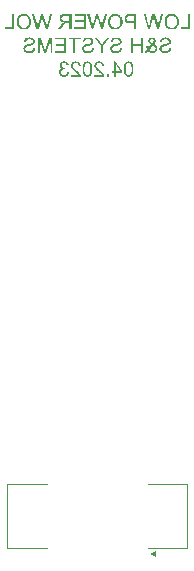
<source format=gbr>
%FSTAX23Y23*%
%MOIN*%
%SFA1B1*%

%IPPOS*%
%ADD35C,0.003937*%
%LNwol_pcb_legend_bot-1*%
%LPD*%
G36*
X0059Y00405D02*
X0057Y00415D01*
X0059Y00425*
Y00405*
G37*
G36*
X00283Y02059D02*
X00285Y02059D01*
X00285Y02058*
X00286Y02058*
X00287Y02058*
X00288Y02058*
X00289Y02057*
X0029Y02057*
X0029Y02057*
X00291Y02056*
X00291Y02056*
X00292Y02056*
X00292Y02056*
X00292Y02056*
X00292Y02055*
X00292Y02055*
X00293Y02055*
X00294Y02054*
X00294Y02053*
X00295Y02052*
X00295Y02052*
X00296Y02051*
X00296Y02049*
X00297Y02049*
X00297Y02048*
X00297Y02047*
X00297Y02047*
X00297Y02046*
X00297Y02046*
X00298Y02046*
Y02046*
X00291Y02045*
X00291Y02046*
X00291Y02048*
X0029Y02049*
X0029Y0205*
X00289Y02051*
X00289Y02051*
X00288Y02051*
X00288Y02051*
X00287Y02052*
X00286Y02053*
X00285Y02053*
X00284Y02053*
X00283Y02054*
X00283Y02054*
X00283*
X00283Y02054*
X00282*
X00281Y02054*
X0028Y02053*
X00279Y02053*
X00278Y02053*
X00277Y02052*
X00277Y02052*
X00276Y02052*
X00276Y02051*
X00276Y02051*
X00276Y02051*
X00275Y0205*
X00274Y02049*
X00274Y02048*
X00274Y02047*
X00274Y02046*
X00274Y02046*
Y02046*
Y02046*
Y02046*
X00274Y02045*
X00274Y02044*
X00274Y02044*
X00274Y02043*
X00275Y02042*
X00276Y02041*
X00276Y0204*
X00277Y0204*
X00277Y0204*
X00277Y0204*
X00277Y02039*
X00277*
X00278Y02039*
X0028Y02038*
X00281Y02038*
X00282Y02038*
X00283Y02038*
X00283Y02037*
X00284*
X00284Y02037*
X00285*
X00285Y02037*
X00285Y02038*
X00285*
X00286Y02032*
X00285Y02032*
X00284Y02032*
X00283Y02033*
X00283Y02033*
X00282*
X00282Y02033*
X00282*
X00281Y02033*
X0028Y02033*
X00279Y02032*
X00277Y02032*
X00276Y02031*
X00276Y02031*
X00275Y02031*
X00275Y0203*
X00275Y0203*
X00275Y0203*
X00275Y0203*
X00275Y0203*
X00274Y02029*
X00274Y02029*
X00273Y02028*
X00273Y02028*
X00272Y02027*
X00272Y02025*
X00272Y02024*
X00272Y02024*
X00272Y02024*
X00272Y02023*
Y02023*
Y02023*
Y02023*
X00272Y02022*
X00272Y02021*
X00272Y0202*
X00273Y02019*
X00273Y02018*
X00273Y02017*
X00274Y02017*
X00274Y02016*
X00274Y02016*
X00274Y02016*
X00275Y02016*
X00275Y02016*
X00275Y02016*
X00275Y02015*
X00276Y02015*
X00276Y02014*
X00277Y02014*
X00278Y02013*
X0028Y02013*
X00281Y02013*
X00281Y02013*
X00281Y02013*
X00282Y02013*
X00282*
X00283Y02013*
X00285Y02013*
X00286Y02013*
X00287Y02014*
X00287Y02014*
X00288Y02014*
X00288Y02015*
X00288Y02015*
X00288Y02015*
X00288*
X00289Y02015*
X00289Y02016*
X0029Y02017*
X00291Y02018*
X00291Y02019*
X00292Y02021*
X00292Y02021*
X00292Y02022*
X00292Y02022*
X00292Y02022*
X00292Y02022*
Y02022*
X00298Y02022*
X00298Y0202*
X00298Y02019*
X00297Y02018*
X00297Y02017*
X00297Y02016*
X00296Y02016*
X00296Y02015*
X00295Y02014*
X00295Y02013*
X00295Y02013*
X00294Y02012*
X00294Y02012*
X00294Y02012*
X00293Y02011*
X00293Y02011*
X00293Y02011*
X00292Y02011*
X00291Y0201*
X00291Y0201*
X0029Y02009*
X00289Y02009*
X00288Y02008*
X00287Y02008*
X00286Y02008*
X00285Y02008*
X00284Y02008*
X00284Y02007*
X00283Y02007*
X00283*
X00282Y02007*
X00282*
X00281Y02007*
X00279Y02008*
X00278Y02008*
X00277Y02008*
X00276Y02008*
X00275Y02009*
X00274Y02009*
X00273Y0201*
X00273Y0201*
X00272Y0201*
X00271Y02011*
X00271Y02011*
X0027Y02011*
X0027Y02012*
X0027Y02012*
X0027Y02012*
X00269Y02013*
X00268Y02014*
X00268Y02015*
X00267Y02016*
X00267Y02017*
X00266Y02017*
X00266Y02018*
X00266Y02019*
X00266Y0202*
X00265Y02021*
X00265Y02021*
X00265Y02022*
Y02022*
X00265Y02023*
Y02023*
Y02023*
Y02024*
X00265Y02025*
X00266Y02026*
X00266Y02028*
X00266Y02028*
X00266Y02029*
X00267Y02029*
X00267Y0203*
X00267Y0203*
X00267Y02031*
X00267Y02031*
X00268Y02031*
X00268Y02031*
X00268Y02031*
X00269Y02032*
X0027Y02033*
X00271Y02034*
X00272Y02035*
X00273Y02035*
X00273Y02035*
X00274Y02035*
X00274Y02035*
X00274Y02035*
X00275Y02035*
X00275*
X00273Y02036*
X00272Y02037*
X00271Y02038*
X00271Y02038*
X0027Y02039*
X0027Y02039*
X00269Y0204*
X00269Y0204*
Y0204*
X00269Y02041*
X00268Y02042*
X00268Y02043*
X00268Y02044*
X00268Y02045*
X00268Y02045*
Y02045*
Y02046*
Y02046*
Y02046*
X00268Y02047*
X00268Y02048*
X00268Y02049*
X00269Y0205*
X00269Y02051*
X00269Y02051*
X00269Y02052*
X00269Y02052*
X00269Y02052*
X00269Y02052*
Y02052*
X0027Y02053*
X00271Y02054*
X00272Y02055*
X00273Y02056*
X00274Y02056*
X00274Y02057*
X00274Y02057*
X00275Y02057*
X00275Y02057*
X00275*
X00276Y02058*
X00277Y02058*
X00279Y02058*
X0028Y02059*
X00281Y02059*
X00281Y02059*
X00282Y02059*
X00282*
X00283Y02059*
G37*
G36*
X004D02*
X00401Y02059D01*
X00403Y02058*
X00404Y02058*
X00405Y02058*
X00406Y02058*
X00407Y02057*
X00407Y02057*
X00408Y02057*
X00409Y02056*
X00409Y02056*
X0041Y02056*
X0041Y02055*
X0041Y02055*
X0041Y02055*
X0041Y02055*
X00411Y02054*
X00412Y02054*
X00412Y02053*
X00413Y02052*
X00413Y02051*
X00414Y0205*
X00414Y02049*
X00414Y02048*
X00415Y02047*
X00415Y02047*
X00415Y02046*
X00415Y02045*
X00415Y02045*
X00415Y02045*
X00415Y02044*
Y02044*
X00409Y02044*
X00409Y02044*
X00409Y02045*
X00409Y02047*
X00408Y02048*
X00408Y02049*
X00408Y02049*
X00407Y02049*
X00407Y0205*
X00407Y0205*
X00407Y0205*
X00406Y02051*
X00406Y02051*
X00406Y02051*
X00406Y02051*
X00406Y02051*
X00405Y02052*
X00405Y02052*
X00404Y02053*
X00403Y02053*
X00402Y02053*
X00401Y02054*
X004Y02054*
X004*
X004Y02054*
X00398*
X00398Y02054*
X00396Y02053*
X00395Y02053*
X00394Y02052*
X00393Y02052*
X00393Y02052*
X00393Y02051*
X00392Y02051*
X00392Y02051*
X00392Y02051*
X00392Y02051*
X00392Y02051*
X00391Y0205*
X00391Y0205*
X00391Y02049*
X0039Y02048*
X0039Y02047*
X0039Y02046*
X0039Y02046*
Y02046*
X00389Y02045*
Y02045*
Y02045*
Y02045*
X0039Y02044*
X0039Y02044*
X0039Y02042*
X0039Y02041*
X00391Y0204*
X00391Y02039*
X00392Y02039*
X00392Y02038*
X00392Y02038*
X00392Y02038*
X00392Y02038*
X00392Y02038*
X00393Y02037*
X00394Y02036*
X00395Y02035*
X00395Y02034*
X00397Y02032*
X00399Y02031*
X004Y0203*
X00401Y02029*
X00402Y02029*
X00402Y02028*
X00403Y02027*
X00403Y02027*
X00403Y02027*
X00404Y02027*
X00405Y02026*
X00405Y02025*
X00406Y02025*
X00407Y02024*
X00408Y02023*
X00408Y02022*
X00409Y02022*
X0041Y02021*
X0041Y02021*
X0041Y0202*
X00411Y0202*
X00411Y0202*
X00411Y0202*
X00412Y02019*
X00412Y02019*
X00412Y02019*
X00413Y02018*
X00413Y02017*
X00414Y02016*
X00415Y02015*
X00415Y02014*
X00415Y02013*
X00415Y02013*
X00416Y02013*
X00416Y02013*
X00416Y02013*
Y02013*
X00416Y02012*
X00416Y02011*
X00416Y0201*
X00416Y0201*
X00416Y02009*
Y02009*
Y02008*
Y02008*
X00383*
Y02014*
X00408*
X00407Y02015*
X00407Y02016*
X00406Y02016*
X00406Y02017*
X00406Y02017*
X00405Y02017*
X00405Y02017*
X00405Y02018*
X00404Y02018*
X00404Y02019*
X00403Y02019*
X00402Y0202*
X00401Y02021*
X004Y02022*
X00399Y02023*
X00399Y02023*
X00399Y02023*
X00398Y02024*
X00398Y02024*
X00398Y02024*
X00397Y02025*
X00396Y02026*
X00395Y02027*
X00394Y02028*
X00393Y02028*
X00392Y02029*
X00391Y0203*
X00391Y0203*
X0039Y02031*
X0039Y02031*
X00389Y02032*
X00389Y02032*
X00389Y02032*
X00389Y02033*
X00389Y02033*
X00389Y02033*
X00387Y02034*
X00387Y02035*
X00386Y02036*
X00385Y02037*
X00385Y02038*
X00385Y02038*
X00384Y02039*
X00384Y02039*
X00384Y02039*
Y02039*
X00384Y0204*
X00384Y02041*
X00383Y02042*
X00383Y02043*
X00383Y02044*
X00383Y02044*
Y02045*
Y02045*
Y02045*
Y02045*
X00383Y02046*
X00383Y02047*
X00384Y02048*
X00384Y02049*
X00384Y0205*
X00384Y02051*
X00385Y02051*
X00385Y02052*
X00386Y02053*
X00386Y02053*
X00386Y02054*
X00387Y02054*
X00387Y02054*
X00387Y02055*
X00387Y02055*
X00387Y02055*
X00388Y02055*
X00389Y02056*
X0039Y02057*
X00391Y02057*
X00392Y02057*
X00393Y02058*
X00394Y02058*
X00395Y02058*
X00396Y02058*
X00396Y02059*
X00397Y02059*
X00398Y02059*
X00398Y02059*
X00399*
X004Y02059*
G37*
G36*
X00322D02*
X00323Y02059D01*
X00324Y02058*
X00325Y02058*
X00326Y02058*
X00327Y02058*
X00328Y02057*
X00329Y02057*
X0033Y02057*
X0033Y02056*
X00331Y02056*
X00331Y02056*
X00332Y02055*
X00332Y02055*
X00332Y02055*
X00332Y02055*
X00333Y02054*
X00333Y02054*
X00334Y02053*
X00335Y02052*
X00335Y02051*
X00336Y0205*
X00336Y02049*
X00336Y02048*
X00336Y02047*
X00337Y02047*
X00337Y02046*
X00337Y02045*
X00337Y02045*
X00337Y02045*
X00337Y02044*
Y02044*
X00331Y02044*
X00331Y02044*
X00331Y02045*
X0033Y02047*
X0033Y02048*
X0033Y02049*
X00329Y02049*
X00329Y02049*
X00329Y0205*
X00329Y0205*
X00328Y0205*
X00328Y02051*
X00328Y02051*
X00328Y02051*
X00328Y02051*
X00327Y02051*
X00327Y02052*
X00326Y02052*
X00326Y02053*
X00324Y02053*
X00323Y02053*
X00322Y02054*
X00322Y02054*
X00322*
X00321Y02054*
X0032*
X00319Y02054*
X00318Y02053*
X00317Y02053*
X00316Y02052*
X00315Y02052*
X00315Y02052*
X00314Y02051*
X00314Y02051*
X00314Y02051*
X00314Y02051*
X00314Y02051*
X00313Y02051*
X00313Y0205*
X00313Y0205*
X00312Y02049*
X00312Y02048*
X00311Y02047*
X00311Y02046*
X00311Y02046*
Y02046*
X00311Y02045*
Y02045*
Y02045*
Y02045*
X00311Y02044*
X00311Y02044*
X00312Y02042*
X00312Y02041*
X00313Y0204*
X00313Y02039*
X00313Y02039*
X00314Y02038*
X00314Y02038*
X00314Y02038*
X00314Y02038*
X00314Y02038*
X00315Y02037*
X00315Y02036*
X00316Y02035*
X00317Y02034*
X00319Y02032*
X00321Y02031*
X00322Y0203*
X00323Y02029*
X00323Y02029*
X00324Y02028*
X00324Y02027*
X00325Y02027*
X00325Y02027*
X00325Y02027*
X00326Y02026*
X00327Y02025*
X00328Y02025*
X00329Y02024*
X0033Y02023*
X0033Y02022*
X00331Y02022*
X00331Y02021*
X00332Y02021*
X00332Y0202*
X00333Y0202*
X00333Y0202*
X00333Y0202*
X00333Y02019*
X00333Y02019*
X00333Y02019*
X00334Y02018*
X00335Y02017*
X00336Y02016*
X00336Y02015*
X00337Y02014*
X00337Y02013*
X00337Y02013*
X00337Y02013*
X00337Y02013*
X00337Y02013*
Y02013*
X00338Y02012*
X00338Y02011*
X00338Y0201*
X00338Y0201*
X00338Y02009*
Y02009*
Y02008*
Y02008*
X00305*
Y02014*
X0033*
X00329Y02015*
X00328Y02016*
X00328Y02016*
X00327Y02017*
X00327Y02017*
X00327Y02017*
X00327Y02017*
X00327Y02018*
X00326Y02018*
X00326Y02019*
X00325Y02019*
X00324Y0202*
X00323Y02021*
X00322Y02022*
X00321Y02023*
X00321Y02023*
X0032Y02023*
X0032Y02024*
X0032Y02024*
X0032Y02024*
X00319Y02025*
X00317Y02026*
X00316Y02027*
X00315Y02028*
X00315Y02028*
X00314Y02029*
X00313Y0203*
X00312Y0203*
X00312Y02031*
X00311Y02031*
X00311Y02032*
X00311Y02032*
X00311Y02032*
X0031Y02033*
X0031Y02033*
X0031Y02033*
X00309Y02034*
X00308Y02035*
X00308Y02036*
X00307Y02037*
X00307Y02038*
X00306Y02038*
X00306Y02039*
X00306Y02039*
X00306Y02039*
Y02039*
X00306Y0204*
X00305Y02041*
X00305Y02042*
X00305Y02043*
X00305Y02044*
X00305Y02044*
Y02045*
Y02045*
Y02045*
Y02045*
X00305Y02046*
X00305Y02047*
X00305Y02048*
X00305Y02049*
X00306Y0205*
X00306Y02051*
X00307Y02051*
X00307Y02052*
X00307Y02053*
X00308Y02053*
X00308Y02054*
X00308Y02054*
X00309Y02054*
X00309Y02055*
X00309Y02055*
X00309Y02055*
X0031Y02055*
X00311Y02056*
X00312Y02057*
X00313Y02057*
X00314Y02057*
X00315Y02058*
X00316Y02058*
X00316Y02058*
X00317Y02058*
X00318Y02059*
X00319Y02059*
X00319Y02059*
X0032Y02059*
X00321*
X00322Y02059*
G37*
G36*
X00476Y02026D02*
Y0202D01*
X00454*
Y02008*
X00448*
Y0202*
X00441*
Y02026*
X00448*
Y02059*
X00453*
X00476Y02026*
G37*
G36*
X00432Y02008D02*
X00425D01*
Y02015*
X00432*
Y02008*
G37*
G36*
X00498Y02059D02*
X00499Y02059D01*
X005Y02059*
X00501Y02058*
X00502Y02058*
X00502Y02058*
X00503Y02058*
X00504Y02057*
X00504Y02057*
X00505Y02057*
X00505Y02057*
X00505Y02056*
X00506Y02056*
X00506Y02056*
X00506Y02056*
X00506Y02056*
X00507Y02055*
X00507Y02055*
X00508Y02053*
X00509Y02052*
X0051Y02051*
X00511Y0205*
X00511Y02049*
X00511Y02049*
X00511Y02048*
X00511Y02048*
X00511Y02048*
X00512Y02048*
Y02047*
X00512Y02046*
X00512Y02045*
X00513Y02043*
X00513Y02041*
X00513Y02039*
X00513Y02038*
X00513Y02037*
X00513Y02036*
X00513Y02035*
Y02035*
X00513Y02034*
Y02033*
Y02033*
Y02033*
X00513Y02031*
X00513Y02028*
X00513Y02026*
X00513Y02024*
X00512Y02022*
X00512Y0202*
X00511Y02019*
X00511Y02018*
X0051Y02016*
X0051Y02015*
X0051Y02015*
X00509Y02014*
X00509Y02013*
X00509Y02013*
X00508Y02013*
X00508Y02013*
X00508Y02012*
X00507Y02011*
X00506Y0201*
X00505Y0201*
X00504Y02009*
X00503Y02009*
X00502Y02008*
X00501Y02008*
X005Y02008*
X005Y02008*
X00499Y02008*
X00498Y02008*
X00498Y02007*
X00497Y02007*
X00497*
X00496Y02007*
X00495Y02008*
X00494Y02008*
X00493Y02008*
X00492Y02008*
X00492Y02008*
X00491Y02009*
X0049Y02009*
X0049Y02009*
X00489Y02009*
X00489Y0201*
X00489Y0201*
X00488Y0201*
X00488Y0201*
X00488Y0201*
X00488Y0201*
X00487Y02011*
X00487Y02012*
X00485Y02013*
X00485Y02014*
X00484Y02016*
X00483Y02016*
X00483Y02017*
X00483Y02017*
X00483Y02018*
X00483Y02018*
X00483Y02019*
X00482Y02019*
Y02019*
X00482Y0202*
X00482Y02021*
X00481Y02023*
X00481Y02026*
X00481Y02027*
X00481Y02028*
X00481Y02029*
X00481Y0203*
X00481Y02031*
X00481Y02032*
Y02032*
Y02033*
Y02033*
Y02033*
Y02034*
X00481Y02036*
X00481Y02037*
X00481Y02038*
X00481Y02039*
X00481Y0204*
X00481Y02041*
X00481Y02042*
X00481Y02043*
X00481Y02043*
X00481Y02044*
X00482Y02044*
X00482Y02045*
X00482Y02045*
X00482Y02045*
Y02045*
X00482Y02047*
X00483Y02048*
X00483Y02049*
X00484Y0205*
X00484Y02051*
X00484Y02051*
X00484Y02052*
X00485Y02052*
X00485Y02052*
X00485Y02052*
X00485Y02052*
Y02052*
X00486Y02054*
X00486Y02054*
X00487Y02055*
X00488Y02056*
X00489Y02057*
X00489Y02057*
X0049Y02057*
X0049Y02057*
X0049Y02057*
X0049*
X00491Y02058*
X00492Y02058*
X00494Y02058*
X00495Y02059*
X00496Y02059*
X00496Y02059*
X00496Y02059*
X00497*
X00498Y02059*
G37*
G36*
X00361D02*
X00362Y02059D01*
X00363Y02059*
X00364Y02058*
X00365Y02058*
X00365Y02058*
X00366Y02058*
X00367Y02057*
X00367Y02057*
X00368Y02057*
X00368Y02057*
X00368Y02056*
X00369Y02056*
X00369Y02056*
X00369Y02056*
X00369Y02056*
X0037Y02055*
X0037Y02055*
X00371Y02053*
X00372Y02052*
X00373Y02051*
X00374Y0205*
X00374Y02049*
X00374Y02049*
X00374Y02048*
X00374Y02048*
X00374Y02048*
X00375Y02048*
Y02047*
X00375Y02046*
X00375Y02045*
X00376Y02043*
X00376Y02041*
X00376Y02039*
X00376Y02038*
X00376Y02037*
X00376Y02036*
X00376Y02035*
Y02035*
X00376Y02034*
Y02033*
Y02033*
Y02033*
X00376Y02031*
X00376Y02028*
X00376Y02026*
X00376Y02024*
X00375Y02022*
X00375Y0202*
X00374Y02019*
X00374Y02018*
X00373Y02016*
X00373Y02015*
X00373Y02015*
X00372Y02014*
X00372Y02013*
X00372Y02013*
X00371Y02013*
X00371Y02013*
X00371Y02012*
X0037Y02011*
X00369Y0201*
X00368Y0201*
X00367Y02009*
X00366Y02009*
X00365Y02008*
X00364Y02008*
X00363Y02008*
X00363Y02008*
X00362Y02008*
X00361Y02008*
X00361Y02007*
X0036Y02007*
X0036*
X00359Y02007*
X00358Y02008*
X00357Y02008*
X00356Y02008*
X00355Y02008*
X00355Y02008*
X00354Y02009*
X00353Y02009*
X00353Y02009*
X00352Y02009*
X00352Y0201*
X00352Y0201*
X00351Y0201*
X00351Y0201*
X00351Y0201*
X00351Y0201*
X0035Y02011*
X0035Y02012*
X00349Y02013*
X00348Y02014*
X00347Y02016*
X00346Y02016*
X00346Y02017*
X00346Y02017*
X00346Y02018*
X00346Y02018*
X00346Y02019*
X00345Y02019*
Y02019*
X00345Y0202*
X00345Y02021*
X00344Y02023*
X00344Y02026*
X00344Y02027*
X00344Y02028*
X00344Y02029*
X00344Y0203*
X00344Y02031*
X00344Y02032*
Y02032*
Y02033*
Y02033*
Y02033*
Y02034*
X00344Y02036*
X00344Y02037*
X00344Y02038*
X00344Y02039*
X00344Y0204*
X00344Y02041*
X00344Y02042*
X00344Y02043*
X00344Y02043*
X00344Y02044*
X00345Y02044*
X00345Y02045*
X00345Y02045*
X00345Y02045*
Y02045*
X00345Y02047*
X00346Y02048*
X00346Y02049*
X00347Y0205*
X00347Y02051*
X00347Y02051*
X00347Y02052*
X00348Y02052*
X00348Y02052*
X00348Y02052*
X00348Y02052*
Y02052*
X00349Y02054*
X00349Y02054*
X0035Y02055*
X00351Y02056*
X00352Y02057*
X00352Y02057*
X00353Y02057*
X00353Y02057*
X00353Y02057*
X00353*
X00354Y02058*
X00355Y02058*
X00357Y02058*
X00358Y02059*
X00359Y02059*
X00359Y02059*
X00359Y02059*
X0036*
X00361Y02059*
G37*
G36*
X00544Y02087D02*
X00537D01*
Y02111*
X00511*
Y02087*
X00504*
Y02138*
X00511*
Y02117*
X00537*
Y02138*
X00544*
Y02087*
G37*
G36*
X00412Y02109D02*
Y02087D01*
X00406*
Y02109*
X00386Y02138*
X00393*
X00403Y02123*
X00404Y02121*
X00405Y02119*
X00406Y02118*
X00407Y02117*
X00407Y02117*
X00408Y02116*
X00408Y02115*
X00408Y02115*
X00408Y02115*
X00409Y02114*
X00409Y02114*
X00409Y02114*
X00409Y02114*
X0041Y02116*
X00411Y02117*
X00411Y02118*
X00412Y0212*
X00413Y0212*
X00413Y02121*
X00413Y02121*
X00413Y02122*
X00414Y02122*
X00414Y02122*
X00414Y02122*
X00414Y02122*
X00424Y02138*
X00432*
X00412Y02109*
G37*
G36*
X00576Y02138D02*
X00576Y02138D01*
X00577Y02138*
X00578Y02138*
X00579Y02138*
X0058Y02137*
X0058Y02137*
X00581Y02137*
X00582Y02136*
X00582Y02136*
X00583Y02136*
X00583Y02136*
X00583Y02135*
X00583Y02135*
X00583Y02135*
X00584Y02135*
X00584Y02134*
X00585Y02134*
X00585Y02133*
X00586Y02132*
X00586Y02132*
X00586Y02131*
X00587Y0213*
X00587Y02129*
X00587Y02129*
X00587Y02128*
X00587Y02128*
X00587Y02128*
Y02127*
Y02127*
Y02127*
X00587Y02126*
X00587Y02126*
X00587Y02125*
X00586Y02124*
X00586Y02123*
X00586Y02123*
X00586Y02123*
X00586Y02123*
Y02122*
X00585Y02121*
X00585Y0212*
X00584Y02119*
X00583Y02118*
X00582Y02118*
X00582Y02117*
X00582Y02117*
X00582Y02117*
X00582Y02116*
X00581Y02116*
X00581Y02116*
X00582Y02116*
X00583Y02115*
X00584Y02115*
X00585Y02114*
X00586Y02113*
X00587Y02113*
X00588Y02112*
X00588Y02112*
X00589Y02111*
X00589Y02111*
X00589Y02111*
X0059Y0211*
X0059Y0211*
X0059Y0211*
X0059Y0211*
X0059Y0211*
X00591Y02109*
X00591Y02108*
X00592Y02107*
X00592Y02107*
X00593Y02105*
X00593Y02104*
X00593Y02103*
X00593Y02103*
X00593Y02102*
X00593Y02102*
X00593Y02102*
Y02101*
Y02101*
Y02101*
X00593Y021*
X00593Y02099*
X00593Y02098*
X00593Y02097*
X00592Y02096*
X00592Y02095*
X00592Y02094*
X00591Y02094*
X00591Y02093*
X00591Y02093*
X0059Y02092*
X0059Y02092*
X0059Y02092*
X0059Y02092*
X0059Y02092*
X00589Y02091*
X00588Y0209*
X00587Y02089*
X00586Y02089*
X00585Y02088*
X00584Y02088*
X00583Y02087*
X00582Y02087*
X00581Y02087*
X0058Y02087*
X00579Y02087*
X00579Y02087*
X00578Y02086*
X00578Y02086*
X00577*
X00576Y02086*
X00574Y02087*
X00573Y02087*
X00572Y02087*
X00571Y02087*
X00571Y02088*
X00571Y02088*
X0057Y02088*
X0057Y02088*
X0057Y02088*
X0057Y02088*
X0057*
X00568Y02089*
X00567Y0209*
X00566Y0209*
X00565Y02091*
X00564Y02092*
X00564Y02092*
X00563Y02093*
X00563Y02093*
X00563Y02093*
X00563Y02093*
X00563Y02093*
X00562Y02092*
X00561Y02092*
X00561Y02091*
X0056Y0209*
X00559Y02089*
X00559Y02089*
X00558Y02088*
X00558Y02088*
X00557Y02087*
X00557Y02087*
X00556Y02087*
X00556Y02087*
X00556Y02086*
X00555Y02086*
X00555Y02086*
X00555Y02086*
X00551Y02091*
X00553Y02092*
X00554Y02094*
X00555Y02095*
X00557Y02096*
X00557Y02097*
X00558Y02097*
X00558Y02098*
X00558Y02098*
X00559Y02098*
X00559Y02099*
X00559Y02099*
X00559Y02099*
X00558Y021*
X00558Y021*
X00557Y02102*
X00556Y02104*
X00556Y02106*
X00555Y02107*
X00555Y02107*
X00555Y02108*
X00555Y02109*
X00555Y02109*
X00554Y02109*
X00554Y0211*
Y0211*
X00561Y02111*
X00561Y0211*
X00562Y02108*
X00562Y02107*
X00562Y02106*
X00563Y02105*
X00563Y02105*
X00563Y02104*
X00563Y02104*
X00563Y02104*
X00563Y02104*
Y02104*
X00572Y02115*
X00572Y02116*
X00571Y02116*
X00569Y02117*
X00568Y02118*
X00567Y02119*
X00566Y02121*
X00565Y02122*
X00564Y02123*
X00564Y02123*
X00564Y02124*
X00563Y02125*
X00563Y02126*
X00563Y02126*
X00563Y02127*
X00563Y02127*
Y02128*
Y02128*
X00563Y02128*
X00563Y02129*
X00563Y0213*
X00563Y02131*
X00564Y02132*
X00564Y02133*
X00565Y02134*
X00565Y02134*
X00565Y02134*
X00566Y02135*
X00566Y02135*
X00566Y02135*
X00566Y02135*
X00566Y02135*
X00567Y02136*
X00567Y02136*
X00568Y02137*
X00569Y02137*
X0057Y02137*
X0057Y02138*
X00572Y02138*
X00572Y02138*
X00573Y02138*
X00573Y02138*
X00574Y02138*
X00574Y02138*
X00575*
X00576Y02138*
G37*
G36*
X00243Y02087D02*
X00237D01*
Y0213*
X00222Y02087*
X00216*
X00201Y02129*
Y02087*
X00195*
Y02138*
X00204*
X00216Y02103*
X00216Y02102*
X00217Y02101*
X00217Y021*
X00217Y02099*
X00217Y02098*
X00218Y02098*
X00218Y02097*
X00218Y02097*
X00218Y02096*
X00218Y02096*
X00218Y02095*
X00219Y02095*
X00219Y02095*
X00219Y02095*
X00219Y02095*
Y02095*
X00219Y02095*
X00219Y02096*
X00219Y02097*
X0022Y02098*
X0022Y02099*
X00221Y021*
X00221Y02101*
X00221Y02101*
X00221Y02101*
X00221Y02102*
X00221Y02102*
Y02102*
X00233Y02138*
X00243*
Y02087*
G37*
G36*
X00337Y02132D02*
X0032D01*
Y02087*
X00313*
Y02132*
X00297*
Y02138*
X00337*
Y02132*
G37*
G36*
X0029Y02087D02*
X00252D01*
Y02093*
X00283*
Y0211*
X00255*
Y02116*
X00283*
Y02132*
X00253*
Y02138*
X0029*
Y02087*
G37*
G36*
X00622Y02138D02*
X00624Y02138D01*
X00626Y02138*
X00626Y02138*
X00627Y02138*
X00628Y02137*
X00628Y02137*
X00629Y02137*
X00629Y02137*
X00629Y02137*
X0063Y02137*
X0063Y02137*
X0063*
X00631Y02136*
X00632Y02135*
X00634Y02134*
X00634Y02134*
X00635Y02133*
X00636Y02132*
X00636Y02132*
X00636Y02132*
X00636Y02132*
Y02132*
X00637Y0213*
X00637Y02129*
X00638Y02128*
X00638Y02127*
X00638Y02126*
X00638Y02126*
Y02125*
X00638Y02125*
Y02125*
Y02125*
Y02125*
X00638Y02123*
X00638Y02122*
X00638Y02121*
X00637Y0212*
X00637Y02119*
X00637Y02119*
X00637Y02119*
X00636Y02118*
X00636Y02118*
Y02118*
X00636Y02117*
X00635Y02116*
X00634Y02116*
X00633Y02115*
X00632Y02114*
X00632Y02114*
X00631Y02114*
X00631Y02114*
X00631Y02114*
X00631*
X0063Y02113*
X0063Y02113*
X00629Y02113*
X00628Y02113*
X00627Y02112*
X00625Y02112*
X00624Y02111*
X00624Y02111*
X00623Y02111*
X00622Y02111*
X00622Y02111*
X00622Y02111*
X00621Y0211*
X00621*
X0062Y0211*
X00619Y0211*
X00618Y0211*
X00617Y02109*
X00616Y02109*
X00615Y02109*
X00615Y02109*
X00614Y02109*
X00614Y02109*
X00613Y02108*
X00613Y02108*
X00613Y02108*
X00613Y02108*
X00613Y02108*
X00612Y02108*
X00611Y02108*
X0061Y02107*
X0061Y02107*
X00609Y02106*
X00608Y02106*
X00608Y02105*
X00608Y02105*
X00608Y02105*
X00607Y02104*
X00607Y02104*
X00607Y02103*
X00607Y02102*
X00607Y02102*
X00606Y02101*
Y02101*
Y02101*
Y02101*
X00607Y021*
X00607Y02099*
X00607Y02099*
X00607Y02098*
X00607Y02097*
X00608Y02097*
X00608Y02097*
X00608Y02097*
X00609Y02096*
X00609Y02095*
X0061Y02095*
X00611Y02094*
X00611Y02094*
X00612Y02094*
X00612Y02094*
X00612Y02094*
X00612Y02093*
X00612*
X00613Y02093*
X00615Y02093*
X00616Y02093*
X00617Y02093*
X00618Y02092*
X00618*
X00618Y02092*
X00619*
X00621Y02092*
X00622Y02093*
X00623Y02093*
X00624Y02093*
X00625Y02093*
X00625Y02093*
X00626Y02094*
X00626Y02094*
X00626Y02094*
X00627Y02094*
X00627Y02094*
X00627*
X00628Y02094*
X00629Y02095*
X0063Y02096*
X00631Y02096*
X00631Y02097*
X00631Y02097*
X00632Y02098*
X00632Y02098*
X00632Y02099*
X00633Y021*
X00633Y02101*
X00633Y02102*
X00634Y02103*
X00634Y02103*
X00634Y02103*
X00634Y02104*
X00634Y02104*
Y02104*
Y02104*
X0064Y02103*
X0064Y02103*
X0064Y02102*
X0064Y021*
X00639Y02098*
X00639Y02098*
X00639Y02097*
X00638Y02096*
X00638Y02096*
X00638Y02095*
X00638Y02095*
X00638Y02095*
X00637Y02095*
X00637Y02094*
X00637Y02094*
X00636Y02093*
X00635Y02092*
X00634Y02091*
X00633Y0209*
X00632Y02089*
X00631Y02089*
X00631Y02089*
X00631Y02089*
X0063Y02089*
X0063Y02088*
X0063*
X00628Y02088*
X00626Y02087*
X00624Y02087*
X00623Y02087*
X00622Y02087*
X00621Y02087*
X0062Y02086*
X0062*
X00619Y02086*
X00619*
X00617Y02087*
X00615Y02087*
X00613Y02087*
X00612Y02087*
X00612Y02087*
X00611Y02088*
X00611Y02088*
X0061Y02088*
X0061Y02088*
X00609Y02088*
X00609Y02088*
X00609Y02088*
X00609*
X00607Y02089*
X00606Y0209*
X00605Y02091*
X00604Y02092*
X00603Y02093*
X00603Y02093*
X00603Y02094*
X00602Y02094*
X00602Y02094*
Y02094*
X00602Y02095*
X00602Y02095*
X00601Y02097*
X00601Y02098*
X006Y02099*
X006Y021*
X006Y021*
Y02101*
X006Y02101*
Y02101*
Y02101*
Y02101*
X006Y02103*
X006Y02104*
X00601Y02105*
X00601Y02107*
X00601Y02107*
X00602Y02108*
X00602Y02108*
X00602Y02108*
X00602Y02108*
X00602Y02109*
Y02109*
X00603Y02109*
X00603Y0211*
X00604Y02111*
X00605Y02112*
X00606Y02112*
X00607Y02113*
X00608Y02113*
X00608Y02113*
X00608Y02114*
X00608Y02114*
X00609Y02114*
X00609*
X00609Y02114*
X0061Y02114*
X00611Y02115*
X00612Y02115*
X00614Y02115*
X00615Y02116*
X00616Y02116*
X00617Y02116*
X00618Y02116*
X00618Y02117*
X00619Y02117*
X00619Y02117*
X0062Y02117*
X0062*
X00621Y02117*
X00623Y02118*
X00624Y02118*
X00625Y02118*
X00626Y02119*
X00627Y02119*
X00627Y02119*
X00628Y02119*
X00628Y0212*
X00629Y0212*
X00629Y0212*
X00629Y0212*
X0063Y0212*
X0063Y02121*
X0063Y02121*
X0063Y02121*
X00631Y02122*
X00631Y02123*
X00632Y02123*
X00632Y02124*
X00632Y02125*
X00632Y02125*
Y02125*
Y02125*
X00632Y02126*
X00632Y02126*
X00631Y02127*
X00631Y02128*
X0063Y02129*
X0063Y02129*
X00629Y0213*
X00629Y0213*
X00629Y0213*
X00629*
X00628Y02131*
X00628Y02131*
X00626Y02132*
X00625Y02132*
X00624Y02132*
X00623Y02132*
X00622Y02132*
X00622Y02133*
X00621*
X00621Y02133*
X00619*
X00618Y02132*
X00617Y02132*
X00616Y02132*
X00616Y02132*
X00615Y02132*
X00614Y02132*
X00614Y02131*
X00613Y02131*
X00613Y02131*
X00612Y02131*
X00612Y02131*
X00612Y0213*
X00612Y0213*
X00612Y0213*
X00611Y0213*
X00611Y0213*
X0061Y02129*
X0061Y02128*
X00609Y02127*
X00609Y02126*
X00608Y02125*
X00608Y02124*
X00608Y02124*
X00608Y02123*
Y02123*
X00608Y02123*
Y02123*
X00602Y02123*
X00602Y02125*
X00602Y02127*
X00602Y02128*
X00603Y02129*
X00603Y0213*
X00603Y0213*
X00604Y0213*
X00604Y02131*
X00604Y02131*
X00604Y02131*
X00604Y02131*
X00604Y02131*
X00605Y02133*
X00606Y02134*
X00607Y02135*
X00608Y02135*
X00609Y02136*
X0061Y02136*
X0061Y02136*
X0061Y02137*
X0061Y02137*
X00611Y02137*
X00611*
X00612Y02137*
X00614Y02138*
X00616Y02138*
X00617Y02138*
X00618Y02138*
X00618Y02138*
X00619Y02138*
X0062Y02139*
X00621*
X00622Y02138*
G37*
G36*
X00458D02*
X0046Y02138D01*
X00461Y02138*
X00462Y02138*
X00463Y02138*
X00463Y02137*
X00464Y02137*
X00464Y02137*
X00465Y02137*
X00465Y02137*
X00465Y02137*
X00465Y02137*
X00465*
X00467Y02136*
X00468Y02135*
X00469Y02134*
X0047Y02134*
X00471Y02133*
X00471Y02132*
X00472Y02132*
X00472Y02132*
X00472Y02132*
Y02132*
X00472Y0213*
X00473Y02129*
X00473Y02128*
X00474Y02127*
X00474Y02126*
X00474Y02126*
Y02125*
X00474Y02125*
Y02125*
Y02125*
Y02125*
X00474Y02123*
X00474Y02122*
X00473Y02121*
X00473Y0212*
X00473Y02119*
X00472Y02119*
X00472Y02119*
X00472Y02118*
X00472Y02118*
Y02118*
X00471Y02117*
X00471Y02116*
X0047Y02116*
X00469Y02115*
X00468Y02114*
X00467Y02114*
X00467Y02114*
X00467Y02114*
X00467Y02114*
X00467*
X00466Y02113*
X00466Y02113*
X00465Y02113*
X00464Y02113*
X00462Y02112*
X00461Y02112*
X0046Y02111*
X00459Y02111*
X00459Y02111*
X00458Y02111*
X00458Y02111*
X00457Y02111*
X00457Y0211*
X00457*
X00456Y0211*
X00455Y0211*
X00454Y0211*
X00453Y02109*
X00452Y02109*
X00451Y02109*
X00451Y02109*
X0045Y02109*
X0045Y02109*
X00449Y02108*
X00449Y02108*
X00449Y02108*
X00448Y02108*
X00448Y02108*
X00448Y02108*
X00447Y02108*
X00446Y02107*
X00445Y02107*
X00445Y02106*
X00444Y02106*
X00444Y02105*
X00444Y02105*
X00444Y02105*
X00443Y02104*
X00443Y02104*
X00443Y02103*
X00442Y02102*
X00442Y02102*
X00442Y02101*
Y02101*
Y02101*
Y02101*
X00442Y021*
X00442Y02099*
X00443Y02099*
X00443Y02098*
X00443Y02097*
X00443Y02097*
X00444Y02097*
X00444Y02097*
X00444Y02096*
X00445Y02095*
X00446Y02095*
X00446Y02094*
X00447Y02094*
X00448Y02094*
X00448Y02094*
X00448Y02094*
X00448Y02093*
X00448*
X00449Y02093*
X0045Y02093*
X00451Y02093*
X00452Y02093*
X00453Y02092*
X00454*
X00454Y02092*
X00455*
X00456Y02092*
X00458Y02093*
X00459Y02093*
X0046Y02093*
X00461Y02093*
X00461Y02093*
X00462Y02094*
X00462Y02094*
X00462Y02094*
X00462Y02094*
X00462Y02094*
X00462*
X00464Y02094*
X00465Y02095*
X00466Y02096*
X00466Y02096*
X00467Y02097*
X00467Y02097*
X00467Y02098*
X00468Y02098*
X00468Y02099*
X00468Y021*
X00469Y02101*
X00469Y02102*
X00469Y02103*
X00469Y02103*
X00469Y02103*
X00469Y02104*
X0047Y02104*
Y02104*
Y02104*
X00476Y02103*
X00476Y02103*
X00476Y02102*
X00475Y021*
X00475Y02098*
X00475Y02098*
X00474Y02097*
X00474Y02096*
X00474Y02096*
X00474Y02095*
X00473Y02095*
X00473Y02095*
X00473Y02095*
X00473Y02094*
X00473Y02094*
X00472Y02093*
X00471Y02092*
X0047Y02091*
X00468Y0209*
X00467Y02089*
X00467Y02089*
X00467Y02089*
X00466Y02089*
X00466Y02089*
X00466Y02088*
X00466*
X00464Y02088*
X00462Y02087*
X0046Y02087*
X00458Y02087*
X00458Y02087*
X00457Y02087*
X00456Y02086*
X00455*
X00455Y02086*
X00454*
X00452Y02087*
X00451Y02087*
X00449Y02087*
X00448Y02087*
X00448Y02087*
X00447Y02088*
X00446Y02088*
X00446Y02088*
X00445Y02088*
X00445Y02088*
X00445Y02088*
X00445Y02088*
X00445*
X00443Y02089*
X00442Y0209*
X00441Y02091*
X0044Y02092*
X00439Y02093*
X00439Y02093*
X00438Y02094*
X00438Y02094*
X00438Y02094*
Y02094*
X00438Y02095*
X00437Y02095*
X00437Y02097*
X00436Y02098*
X00436Y02099*
X00436Y021*
X00436Y021*
Y02101*
X00436Y02101*
Y02101*
Y02101*
Y02101*
X00436Y02103*
X00436Y02104*
X00436Y02105*
X00437Y02107*
X00437Y02107*
X00437Y02108*
X00438Y02108*
X00438Y02108*
X00438Y02108*
X00438Y02109*
Y02109*
X00438Y02109*
X00439Y0211*
X0044Y02111*
X00441Y02112*
X00442Y02112*
X00443Y02113*
X00443Y02113*
X00444Y02113*
X00444Y02114*
X00444Y02114*
X00444Y02114*
X00444*
X00445Y02114*
X00446Y02114*
X00446Y02115*
X00447Y02115*
X00449Y02115*
X00451Y02116*
X00452Y02116*
X00453Y02116*
X00454Y02116*
X00454Y02117*
X00455Y02117*
X00455Y02117*
X00455Y02117*
X00455*
X00457Y02117*
X00458Y02118*
X00459Y02118*
X00461Y02118*
X00461Y02119*
X00462Y02119*
X00463Y02119*
X00464Y02119*
X00464Y0212*
X00465Y0212*
X00465Y0212*
X00465Y0212*
X00465Y0212*
X00465Y02121*
X00466Y02121*
X00466Y02121*
X00467Y02122*
X00467Y02123*
X00467Y02123*
X00467Y02124*
X00467Y02125*
X00467Y02125*
Y02125*
Y02125*
X00467Y02126*
X00467Y02126*
X00467Y02127*
X00467Y02128*
X00466Y02129*
X00466Y02129*
X00465Y0213*
X00465Y0213*
X00465Y0213*
X00465*
X00464Y02131*
X00464Y02131*
X00462Y02132*
X00461Y02132*
X00459Y02132*
X00459Y02132*
X00458Y02132*
X00457Y02133*
X00457*
X00456Y02133*
X00455*
X00454Y02132*
X00453Y02132*
X00452Y02132*
X00451Y02132*
X00451Y02132*
X0045Y02132*
X00449Y02131*
X00449Y02131*
X00448Y02131*
X00448Y02131*
X00448Y02131*
X00448Y0213*
X00447Y0213*
X00447Y0213*
X00447Y0213*
X00447Y0213*
X00446Y02129*
X00445Y02128*
X00445Y02127*
X00444Y02126*
X00444Y02125*
X00444Y02124*
X00444Y02124*
X00444Y02123*
Y02123*
X00444Y02123*
Y02123*
X00437Y02123*
X00437Y02125*
X00438Y02127*
X00438Y02128*
X00439Y02129*
X00439Y0213*
X00439Y0213*
X00439Y0213*
X00439Y02131*
X0044Y02131*
X0044Y02131*
X0044Y02131*
X0044Y02131*
X00441Y02133*
X00442Y02134*
X00443Y02135*
X00444Y02135*
X00445Y02136*
X00445Y02136*
X00446Y02136*
X00446Y02137*
X00446Y02137*
X00446Y02137*
X00446*
X00448Y02137*
X0045Y02138*
X00451Y02138*
X00453Y02138*
X00454Y02138*
X00454Y02138*
X00455Y02138*
X00455Y02139*
X00456*
X00458Y02138*
G37*
G36*
X00364D02*
X00366Y02138D01*
X00367Y02138*
X00368Y02138*
X00369Y02138*
X00369Y02137*
X0037Y02137*
X0037Y02137*
X00371Y02137*
X00371Y02137*
X00371Y02137*
X00371Y02137*
X00372*
X00373Y02136*
X00374Y02135*
X00375Y02134*
X00376Y02134*
X00377Y02133*
X00377Y02132*
X00378Y02132*
X00378Y02132*
X00378Y02132*
Y02132*
X00379Y0213*
X00379Y02129*
X00379Y02128*
X0038Y02127*
X0038Y02126*
X0038Y02126*
Y02125*
X0038Y02125*
Y02125*
Y02125*
Y02125*
X0038Y02123*
X0038Y02122*
X00379Y02121*
X00379Y0212*
X00379Y02119*
X00379Y02119*
X00378Y02119*
X00378Y02118*
X00378Y02118*
Y02118*
X00378Y02117*
X00377Y02116*
X00376Y02116*
X00375Y02115*
X00374Y02114*
X00373Y02114*
X00373Y02114*
X00373Y02114*
X00373Y02114*
X00373*
X00372Y02113*
X00372Y02113*
X00371Y02113*
X0037Y02113*
X00369Y02112*
X00367Y02112*
X00366Y02111*
X00366Y02111*
X00365Y02111*
X00364Y02111*
X00364Y02111*
X00363Y02111*
X00363Y0211*
X00363*
X00362Y0211*
X00361Y0211*
X0036Y0211*
X00359Y02109*
X00358Y02109*
X00357Y02109*
X00357Y02109*
X00356Y02109*
X00356Y02109*
X00355Y02108*
X00355Y02108*
X00355Y02108*
X00354Y02108*
X00354Y02108*
X00354Y02108*
X00353Y02108*
X00352Y02107*
X00351Y02107*
X00351Y02106*
X0035Y02106*
X0035Y02105*
X0035Y02105*
X0035Y02105*
X00349Y02104*
X00349Y02104*
X00349Y02103*
X00348Y02102*
X00348Y02102*
X00348Y02101*
Y02101*
Y02101*
Y02101*
X00348Y021*
X00348Y02099*
X00349Y02099*
X00349Y02098*
X00349Y02097*
X0035Y02097*
X0035Y02097*
X0035Y02097*
X0035Y02096*
X00351Y02095*
X00352Y02095*
X00352Y02094*
X00353Y02094*
X00354Y02094*
X00354Y02094*
X00354Y02094*
X00354Y02093*
X00354*
X00355Y02093*
X00356Y02093*
X00357Y02093*
X00359Y02093*
X00359Y02092*
X0036*
X0036Y02092*
X00361*
X00362Y02092*
X00364Y02093*
X00365Y02093*
X00366Y02093*
X00367Y02093*
X00367Y02093*
X00368Y02094*
X00368Y02094*
X00368Y02094*
X00368Y02094*
X00368Y02094*
X00369*
X0037Y02094*
X00371Y02095*
X00372Y02096*
X00372Y02096*
X00373Y02097*
X00373Y02097*
X00374Y02098*
X00374Y02098*
X00374Y02099*
X00375Y021*
X00375Y02101*
X00375Y02102*
X00375Y02103*
X00375Y02103*
X00376Y02103*
X00376Y02104*
X00376Y02104*
Y02104*
Y02104*
X00382Y02103*
X00382Y02103*
X00382Y02102*
X00381Y021*
X00381Y02098*
X00381Y02098*
X0038Y02097*
X0038Y02096*
X0038Y02096*
X0038Y02095*
X0038Y02095*
X00379Y02095*
X00379Y02095*
X00379Y02094*
X00379Y02094*
X00378Y02093*
X00377Y02092*
X00376Y02091*
X00375Y0209*
X00374Y02089*
X00373Y02089*
X00373Y02089*
X00372Y02089*
X00372Y02089*
X00372Y02088*
X00372*
X0037Y02088*
X00368Y02087*
X00366Y02087*
X00364Y02087*
X00364Y02087*
X00363Y02087*
X00362Y02086*
X00362*
X00361Y02086*
X0036*
X00358Y02087*
X00357Y02087*
X00355Y02087*
X00354Y02087*
X00354Y02087*
X00353Y02088*
X00352Y02088*
X00352Y02088*
X00352Y02088*
X00351Y02088*
X00351Y02088*
X00351Y02088*
X00351*
X00349Y02089*
X00348Y0209*
X00347Y02091*
X00346Y02092*
X00345Y02093*
X00345Y02093*
X00344Y02094*
X00344Y02094*
X00344Y02094*
Y02094*
X00344Y02095*
X00343Y02095*
X00343Y02097*
X00342Y02098*
X00342Y02099*
X00342Y021*
X00342Y021*
Y02101*
X00342Y02101*
Y02101*
Y02101*
Y02101*
X00342Y02103*
X00342Y02104*
X00342Y02105*
X00343Y02107*
X00343Y02107*
X00343Y02108*
X00344Y02108*
X00344Y02108*
X00344Y02108*
X00344Y02109*
Y02109*
X00344Y02109*
X00345Y0211*
X00346Y02111*
X00347Y02112*
X00348Y02112*
X00349Y02113*
X00349Y02113*
X0035Y02113*
X0035Y02114*
X0035Y02114*
X0035Y02114*
X0035*
X00351Y02114*
X00352Y02114*
X00353Y02115*
X00353Y02115*
X00355Y02115*
X00357Y02116*
X00358Y02116*
X00359Y02116*
X0036Y02116*
X0036Y02117*
X00361Y02117*
X00361Y02117*
X00361Y02117*
X00362*
X00363Y02117*
X00364Y02118*
X00366Y02118*
X00367Y02118*
X00368Y02119*
X00368Y02119*
X00369Y02119*
X0037Y02119*
X0037Y0212*
X00371Y0212*
X00371Y0212*
X00371Y0212*
X00371Y0212*
X00372Y02121*
X00372Y02121*
X00372Y02121*
X00373Y02122*
X00373Y02123*
X00373Y02123*
X00373Y02124*
X00373Y02125*
X00374Y02125*
Y02125*
Y02125*
X00373Y02126*
X00373Y02126*
X00373Y02127*
X00373Y02128*
X00372Y02129*
X00372Y02129*
X00371Y0213*
X00371Y0213*
X00371Y0213*
X00371*
X0037Y02131*
X0037Y02131*
X00368Y02132*
X00367Y02132*
X00365Y02132*
X00365Y02132*
X00364Y02132*
X00363Y02133*
X00363*
X00363Y02133*
X00361*
X0036Y02132*
X00359Y02132*
X00358Y02132*
X00357Y02132*
X00357Y02132*
X00356Y02132*
X00355Y02131*
X00355Y02131*
X00355Y02131*
X00354Y02131*
X00354Y02131*
X00354Y0213*
X00353Y0213*
X00353Y0213*
X00353Y0213*
X00353Y0213*
X00352Y02129*
X00351Y02128*
X00351Y02127*
X0035Y02126*
X0035Y02125*
X0035Y02124*
X0035Y02124*
X0035Y02123*
Y02123*
X0035Y02123*
Y02123*
X00343Y02123*
X00344Y02125*
X00344Y02127*
X00344Y02128*
X00345Y02129*
X00345Y0213*
X00345Y0213*
X00345Y0213*
X00345Y02131*
X00346Y02131*
X00346Y02131*
X00346Y02131*
X00346Y02131*
X00347Y02133*
X00348Y02134*
X00349Y02135*
X0035Y02135*
X00351Y02136*
X00351Y02136*
X00352Y02136*
X00352Y02137*
X00352Y02137*
X00352Y02137*
X00352*
X00354Y02137*
X00356Y02138*
X00357Y02138*
X00359Y02138*
X0036Y02138*
X0036Y02138*
X00361Y02138*
X00361Y02139*
X00362*
X00364Y02138*
G37*
G36*
X00169D02*
X0017Y02138D01*
X00172Y02138*
X00173Y02138*
X00173Y02138*
X00174Y02137*
X00174Y02137*
X00175Y02137*
X00175Y02137*
X00176Y02137*
X00176Y02137*
X00176Y02137*
X00176*
X00177Y02136*
X00179Y02135*
X0018Y02134*
X00181Y02134*
X00181Y02133*
X00182Y02132*
X00182Y02132*
X00182Y02132*
X00182Y02132*
Y02132*
X00183Y0213*
X00184Y02129*
X00184Y02128*
X00184Y02127*
X00184Y02126*
X00184Y02126*
Y02125*
X00184Y02125*
Y02125*
Y02125*
Y02125*
X00184Y02123*
X00184Y02122*
X00184Y02121*
X00184Y0212*
X00183Y02119*
X00183Y02119*
X00183Y02119*
X00183Y02118*
X00183Y02118*
Y02118*
X00182Y02117*
X00181Y02116*
X0018Y02116*
X00179Y02115*
X00179Y02114*
X00178Y02114*
X00178Y02114*
X00177Y02114*
X00177Y02114*
X00177*
X00177Y02113*
X00176Y02113*
X00175Y02113*
X00175Y02113*
X00173Y02112*
X00171Y02112*
X00171Y02111*
X0017Y02111*
X00169Y02111*
X00169Y02111*
X00168Y02111*
X00168Y02111*
X00168Y0211*
X00168*
X00166Y0211*
X00165Y0211*
X00164Y0211*
X00163Y02109*
X00163Y02109*
X00162Y02109*
X00161Y02109*
X00161Y02109*
X0016Y02109*
X0016Y02108*
X00159Y02108*
X00159Y02108*
X00159Y02108*
X00159Y02108*
X00159Y02108*
X00158Y02108*
X00157Y02107*
X00156Y02107*
X00155Y02106*
X00155Y02106*
X00154Y02105*
X00154Y02105*
X00154Y02105*
X00154Y02104*
X00153Y02104*
X00153Y02103*
X00153Y02102*
X00153Y02102*
X00153Y02101*
Y02101*
Y02101*
Y02101*
X00153Y021*
X00153Y02099*
X00153Y02099*
X00153Y02098*
X00154Y02097*
X00154Y02097*
X00154Y02097*
X00154Y02097*
X00155Y02096*
X00155Y02095*
X00156Y02095*
X00157Y02094*
X00158Y02094*
X00158Y02094*
X00158Y02094*
X00158Y02094*
X00159Y02093*
X00159*
X0016Y02093*
X00161Y02093*
X00162Y02093*
X00163Y02093*
X00164Y02092*
X00164*
X00165Y02092*
X00165*
X00167Y02092*
X00168Y02093*
X0017Y02093*
X00171Y02093*
X00171Y02093*
X00172Y02093*
X00172Y02094*
X00172Y02094*
X00173Y02094*
X00173Y02094*
X00173Y02094*
X00173*
X00174Y02094*
X00175Y02095*
X00176Y02096*
X00177Y02096*
X00177Y02097*
X00178Y02097*
X00178Y02098*
X00178Y02098*
X00179Y02099*
X00179Y021*
X00179Y02101*
X0018Y02102*
X0018Y02103*
X0018Y02103*
X0018Y02103*
X0018Y02104*
X0018Y02104*
Y02104*
Y02104*
X00186Y02103*
X00186Y02103*
X00186Y02102*
X00186Y021*
X00185Y02098*
X00185Y02098*
X00185Y02097*
X00185Y02096*
X00184Y02096*
X00184Y02095*
X00184Y02095*
X00184Y02095*
X00184Y02095*
X00184Y02094*
X00184Y02094*
X00183Y02093*
X00181Y02092*
X0018Y02091*
X00179Y0209*
X00178Y02089*
X00178Y02089*
X00177Y02089*
X00177Y02089*
X00177Y02089*
X00176Y02088*
X00176*
X00175Y02088*
X00173Y02087*
X00171Y02087*
X00169Y02087*
X00168Y02087*
X00167Y02087*
X00167Y02086*
X00166*
X00166Y02086*
X00165*
X00163Y02087*
X00161Y02087*
X0016Y02087*
X00159Y02087*
X00158Y02087*
X00157Y02088*
X00157Y02088*
X00156Y02088*
X00156Y02088*
X00156Y02088*
X00155Y02088*
X00155Y02088*
X00155*
X00154Y02089*
X00152Y0209*
X00151Y02091*
X0015Y02092*
X0015Y02093*
X00149Y02093*
X00149Y02094*
X00149Y02094*
X00149Y02094*
Y02094*
X00148Y02095*
X00148Y02095*
X00147Y02097*
X00147Y02098*
X00147Y02099*
X00146Y021*
X00146Y021*
Y02101*
X00146Y02101*
Y02101*
Y02101*
Y02101*
X00146Y02103*
X00147Y02104*
X00147Y02105*
X00147Y02107*
X00148Y02107*
X00148Y02108*
X00148Y02108*
X00148Y02108*
X00148Y02108*
X00148Y02109*
Y02109*
X00149Y02109*
X00149Y0211*
X0015Y02111*
X00151Y02112*
X00152Y02112*
X00153Y02113*
X00154Y02113*
X00154Y02113*
X00154Y02114*
X00155Y02114*
X00155Y02114*
X00155*
X00156Y02114*
X00156Y02114*
X00157Y02115*
X00158Y02115*
X0016Y02115*
X00162Y02116*
X00163Y02116*
X00163Y02116*
X00164Y02116*
X00165Y02117*
X00165Y02117*
X00166Y02117*
X00166Y02117*
X00166*
X00168Y02117*
X00169Y02118*
X0017Y02118*
X00171Y02118*
X00172Y02119*
X00173Y02119*
X00174Y02119*
X00174Y02119*
X00175Y0212*
X00175Y0212*
X00175Y0212*
X00176Y0212*
X00176Y0212*
X00176Y02121*
X00176Y02121*
X00177Y02121*
X00177Y02122*
X00178Y02123*
X00178Y02123*
X00178Y02124*
X00178Y02125*
X00178Y02125*
Y02125*
Y02125*
X00178Y02126*
X00178Y02126*
X00178Y02127*
X00177Y02128*
X00177Y02129*
X00176Y02129*
X00176Y0213*
X00175Y0213*
X00175Y0213*
X00175*
X00175Y02131*
X00174Y02131*
X00173Y02132*
X00171Y02132*
X0017Y02132*
X00169Y02132*
X00169Y02132*
X00168Y02133*
X00167*
X00167Y02133*
X00165*
X00164Y02132*
X00164Y02132*
X00163Y02132*
X00162Y02132*
X00161Y02132*
X00161Y02132*
X0016Y02131*
X00159Y02131*
X00159Y02131*
X00159Y02131*
X00158Y02131*
X00158Y0213*
X00158Y0213*
X00158Y0213*
X00158Y0213*
X00157Y0213*
X00157Y02129*
X00156Y02128*
X00155Y02127*
X00155Y02126*
X00155Y02125*
X00154Y02124*
X00154Y02124*
X00154Y02123*
Y02123*
X00154Y02123*
Y02123*
X00148Y02123*
X00148Y02125*
X00148Y02127*
X00149Y02128*
X00149Y02129*
X00149Y0213*
X0015Y0213*
X0015Y0213*
X0015Y02131*
X0015Y02131*
X0015Y02131*
X0015Y02131*
X0015Y02131*
X00151Y02133*
X00152Y02134*
X00153Y02135*
X00154Y02135*
X00155Y02136*
X00156Y02136*
X00156Y02136*
X00156Y02137*
X00157Y02137*
X00157Y02137*
X00157*
X00159Y02137*
X0016Y02138*
X00162Y02138*
X00163Y02138*
X00164Y02138*
X00165Y02138*
X00165Y02138*
X00166Y02139*
X00167*
X00169Y02138*
G37*
G36*
X00599Y02166D02*
X00592D01*
X00582Y02204*
X00582Y02205*
X00581Y02206*
X00581Y02207*
X00581Y02208*
X00581Y02209*
X00581Y02209*
X0058Y02209*
X0058Y0221*
Y0221*
X0058Y0221*
Y0221*
X0058Y0221*
X0058Y02209*
X0058Y02209*
X0058Y02209*
X0058Y02208*
X00579Y02207*
X00579Y02206*
X00579Y02205*
X00579Y02205*
X00579Y02204*
X00579Y02204*
X00579Y02204*
Y02204*
X00568Y02166*
X00562*
X00548Y02216*
X00555*
X00562Y02184*
X00563Y02181*
X00563Y02179*
X00564Y02178*
X00564Y02177*
X00564Y02177*
X00564Y02176*
X00564Y02175*
X00565Y02175*
X00565Y02174*
X00565Y02174*
X00565Y02173*
X00565Y02173*
X00565Y02173*
Y02173*
X00565Y02176*
X00566Y02179*
X00566Y02181*
X00567Y02182*
X00567Y02183*
X00567Y02185*
X00568Y02186*
X00568Y02187*
X00568Y02188*
X00568Y02189*
X00569Y0219*
X00569Y0219*
X00569Y0219*
X00569Y02191*
X00576Y02216*
X00584*
X00594Y02182*
X00594Y02182*
X00594Y02181*
X00594Y02181*
X00594Y0218*
X00594Y02179*
X00595Y02179*
X00595Y02177*
X00595Y02176*
X00595Y02175*
X00596Y02175*
X00596Y02174*
X00596Y02173*
X00596Y02173*
X00596Y02173*
Y02173*
X00596Y02175*
X00597Y02176*
X00597Y02178*
X00597Y02179*
X00597Y0218*
X00598Y0218*
X00598Y02181*
X00598Y02182*
X00598Y02182*
X00598Y02182*
X00598Y02183*
X00598Y02183*
Y02183*
X00606Y02216*
X00613*
X00599Y02166*
G37*
G36*
X00412D02*
X00405D01*
X00394Y02204*
X00394Y02205*
X00394Y02206*
X00393Y02207*
X00393Y02208*
X00393Y02209*
X00393Y02209*
X00393Y02209*
X00393Y0221*
Y0221*
X00393Y0221*
Y0221*
X00393Y0221*
X00392Y02209*
X00392Y02209*
X00392Y02209*
X00392Y02208*
X00392Y02207*
X00391Y02206*
X00391Y02205*
X00391Y02205*
X00391Y02204*
X00391Y02204*
X00391Y02204*
Y02204*
X0038Y02166*
X00374*
X0036Y02216*
X00367*
X00375Y02184*
X00375Y02181*
X00376Y02179*
X00376Y02178*
X00376Y02177*
X00376Y02177*
X00377Y02176*
X00377Y02175*
X00377Y02175*
X00377Y02174*
X00377Y02174*
X00377Y02173*
X00377Y02173*
X00377Y02173*
Y02173*
X00378Y02176*
X00378Y02179*
X00379Y02181*
X00379Y02182*
X00379Y02183*
X0038Y02185*
X0038Y02186*
X0038Y02187*
X00381Y02188*
X00381Y02189*
X00381Y0219*
X00381Y0219*
X00381Y0219*
X00381Y02191*
X00388Y02216*
X00396*
X00406Y02182*
X00406Y02182*
X00406Y02181*
X00406Y02181*
X00406Y0218*
X00407Y02179*
X00407Y02179*
X00407Y02177*
X00407Y02176*
X00408Y02175*
X00408Y02175*
X00408Y02174*
X00408Y02173*
X00408Y02173*
X00408Y02173*
Y02173*
X00409Y02175*
X00409Y02176*
X00409Y02178*
X00409Y02179*
X0041Y0218*
X0041Y0218*
X0041Y02181*
X0041Y02182*
X0041Y02182*
X0041Y02182*
X0041Y02183*
X0041Y02183*
Y02183*
X00418Y02216*
X00425*
X00412Y02166*
G37*
G36*
X00228D02*
X00221D01*
X0021Y02204*
X0021Y02205*
X0021Y02206*
X00209Y02207*
X00209Y02208*
X00209Y02209*
X00209Y02209*
X00209Y02209*
X00209Y0221*
Y0221*
X00209Y0221*
Y0221*
X00209Y0221*
X00209Y02209*
X00209Y02209*
X00208Y02209*
X00208Y02208*
X00208Y02207*
X00208Y02206*
X00207Y02205*
X00207Y02205*
X00207Y02204*
X00207Y02204*
X00207Y02204*
Y02204*
X00197Y02166*
X0019*
X00176Y02216*
X00183*
X00191Y02184*
X00191Y02181*
X00192Y02179*
X00192Y02178*
X00192Y02177*
X00193Y02177*
X00193Y02176*
X00193Y02175*
X00193Y02175*
X00193Y02174*
X00193Y02174*
X00193Y02173*
X00193Y02173*
X00193Y02173*
Y02173*
X00194Y02176*
X00195Y02179*
X00195Y02181*
X00195Y02182*
X00196Y02183*
X00196Y02185*
X00196Y02186*
X00197Y02187*
X00197Y02188*
X00197Y02189*
X00197Y0219*
X00197Y0219*
X00197Y0219*
X00197Y02191*
X00205Y02216*
X00213*
X00222Y02182*
X00222Y02182*
X00222Y02181*
X00223Y02181*
X00223Y0218*
X00223Y02179*
X00223Y02179*
X00224Y02177*
X00224Y02176*
X00224Y02175*
X00224Y02175*
X00224Y02174*
X00224Y02173*
X00224Y02173*
X00225Y02173*
Y02173*
X00225Y02175*
X00225Y02176*
X00226Y02178*
X00226Y02179*
X00226Y0218*
X00226Y0218*
X00226Y02181*
X00226Y02182*
X00226Y02182*
X00227Y02182*
X00227Y02183*
X00227Y02183*
Y02183*
X00234Y02216*
X00241*
X00228Y02166*
G37*
G36*
X00702D02*
X00671D01*
Y02172*
X00696*
Y02216*
X00702*
Y02166*
G37*
G36*
X00522D02*
X00515D01*
Y02186*
X00503*
X00501Y02186*
X00499Y02186*
X00497Y02187*
X00496Y02187*
X00494Y02187*
X00493Y02188*
X00492Y02188*
X00491Y02188*
X0049Y02189*
X0049Y02189*
X00489Y0219*
X00489Y0219*
X00488Y0219*
X00488Y0219*
X00488Y02191*
X00488Y02191*
X00487Y02191*
X00486Y02192*
X00486Y02193*
X00485Y02194*
X00485Y02195*
X00485Y02196*
X00484Y02197*
X00484Y02198*
X00484Y02198*
X00484Y02199*
X00484Y022*
X00484Y022*
X00484Y02201*
Y02201*
Y02201*
Y02201*
X00484Y02203*
X00484Y02204*
X00484Y02205*
X00484Y02206*
X00485Y02207*
X00485Y02207*
X00485Y02208*
X00485Y02208*
X00485Y02208*
X00485Y02208*
Y02208*
X00486Y02209*
X00486Y0221*
X00487Y02211*
X00488Y02212*
X00488Y02212*
X00489Y02213*
X00489Y02213*
X00489Y02213*
X00489*
X0049Y02214*
X00491Y02214*
X00492Y02215*
X00493Y02215*
X00494Y02215*
X00495Y02215*
X00495Y02215*
X00495Y02216*
X00495*
X00495Y02216*
X00495*
X00496Y02216*
X00497Y02216*
X00498Y02216*
X00499Y02216*
X005Y02216*
X00501Y02216*
X00522*
Y02166*
G37*
G36*
X00354D02*
X00316D01*
Y02172*
X00347*
Y02189*
X00319*
Y02195*
X00347*
Y0221*
X00317*
Y02216*
X00354*
Y02166*
G37*
G36*
X00307D02*
X003D01*
Y02188*
X00292*
X00291Y02188*
X0029Y02188*
X0029*
X00289Y02188*
X00289Y02188*
X00289Y02188*
X00289*
X00288Y02188*
X00288Y02187*
X00287Y02187*
X00287Y02187*
X00286Y02187*
X00286Y02187*
X00286Y02186*
X00286Y02186*
X00285Y02186*
X00285Y02185*
X00284Y02185*
X00283Y02184*
X00283Y02184*
X00283Y02183*
X00282Y02183*
X00282Y02183*
Y02183*
X00282Y02182*
X00281Y02181*
X0028Y0218*
X00279Y02179*
X00279Y02178*
X00278Y02177*
X00278Y02177*
X00278Y02177*
X00278Y02176*
X00278Y02176*
X00278Y02176*
X00271Y02166*
X00263*
X00271Y02179*
X00272Y02181*
X00273Y02182*
X00274Y02183*
X00275Y02184*
X00276Y02185*
X00276Y02185*
X00276Y02186*
X00276Y02186*
X00277Y02186*
X00277Y02186*
X00277Y02186*
X00277Y02187*
X00278Y02187*
X00279Y02187*
X00279Y02188*
X0028Y02188*
X0028Y02188*
X00281Y02189*
X00281Y02189*
X00281*
X00279Y02189*
X00278Y02189*
X00277Y02189*
X00276Y0219*
X00275Y0219*
X00274Y02191*
X00273Y02191*
X00273Y02191*
X00272Y02192*
X00272Y02192*
X00271Y02192*
X00271Y02193*
X0027Y02193*
X0027Y02193*
X0027Y02193*
X0027Y02193*
X00269Y02194*
X00269Y02195*
X00268Y02195*
X00268Y02196*
X00268Y02197*
X00267Y02198*
X00267Y02199*
X00267Y022*
X00267Y022*
X00267Y02201*
X00267Y02201*
X00267Y02202*
Y02202*
Y02202*
Y02202*
X00267Y02204*
X00267Y02205*
X00267Y02207*
X00268Y02208*
X00268Y02208*
X00268Y02209*
X00268Y02209*
X00268Y02209*
X00268Y0221*
X00269Y0221*
X00269Y0221*
Y0221*
X0027Y02211*
X0027Y02212*
X00271Y02213*
X00272Y02214*
X00273Y02214*
X00274Y02214*
X00274Y02215*
X00274Y02215*
X00274Y02215*
X00274*
X00275Y02215*
X00276Y02215*
X00277Y02215*
X00279Y02216*
X00281Y02216*
X00282Y02216*
X00282Y02216*
X00283*
X00283Y02216*
X00307*
Y02166*
G37*
G36*
X00116D02*
X00084D01*
Y02172*
X00109*
Y02216*
X00116*
Y02166*
G37*
G36*
X00643Y02217D02*
X00645Y02217D01*
X00646Y02216*
X00648Y02216*
X0065Y02215*
X00651Y02215*
X00652Y02214*
X00653Y02213*
X00655Y02213*
X00655Y02212*
X00656Y02211*
X00657Y02211*
X00657Y02211*
X00658Y0221*
X00658Y0221*
X00658Y0221*
X00659Y02208*
X0066Y02207*
X00661Y02205*
X00662Y02204*
X00663Y02202*
X00663Y02201*
X00664Y02199*
X00664Y02197*
X00664Y02196*
X00664Y02195*
X00665Y02193*
X00665Y02192*
X00665Y02191*
Y02191*
X00665Y02191*
Y02191*
Y0219*
Y0219*
Y0219*
X00665Y02189*
X00665Y02188*
X00664Y02185*
X00664Y02184*
X00664Y02183*
X00664Y02182*
X00663Y02181*
X00663Y02181*
X00663Y0218*
X00663Y02179*
X00662Y02179*
X00662Y02178*
X00662Y02178*
X00662Y02178*
X00662Y02178*
X00661Y02177*
X00661Y02176*
X0066Y02175*
X00659Y02174*
X00659Y02173*
X00658Y02172*
X00657Y02171*
X00657Y02171*
X00656Y0217*
X00655Y0217*
X00655Y02169*
X00654Y02169*
X00654Y02169*
X00654Y02168*
X00654Y02168*
X00654Y02168*
X00652Y02168*
X00651Y02167*
X0065Y02167*
X00649Y02166*
X00648Y02166*
X00647Y02166*
X00646Y02165*
X00645Y02165*
X00644Y02165*
X00643Y02165*
X00643Y02165*
X00642Y02165*
X00641Y02165*
X00641*
X0064Y02165*
X00638Y02165*
X00636Y02165*
X00635Y02166*
X00634Y02166*
X00633Y02166*
X00632Y02166*
X00631Y02167*
X00631Y02167*
X0063Y02167*
X0063Y02167*
X00629Y02168*
X00629Y02168*
X00629Y02168*
X00629Y02168*
X00628Y02169*
X00627Y02169*
X00626Y0217*
X00625Y02171*
X00624Y02171*
X00623Y02172*
X00623Y02173*
X00622Y02174*
X00622Y02174*
X00621Y02175*
X00621Y02176*
X0062Y02176*
X0062Y02176*
X0062Y02177*
X0062Y02177*
X0062Y02177*
X00619Y02178*
X00619Y02179*
X00618Y02181*
X00618Y02182*
X00618Y02183*
X00617Y02184*
X00617Y02185*
X00617Y02186*
X00617Y02187*
X00617Y02188*
X00617Y02189*
X00617Y02189*
X00617Y0219*
Y0219*
Y02191*
Y02191*
X00617Y02192*
X00617Y02194*
X00617Y02195*
X00617Y02196*
X00617Y02197*
X00618Y02198*
X00618Y02199*
X00618Y022*
X00618Y02201*
X00619Y02202*
X00619Y02203*
X00619Y02203*
X00619Y02204*
X00619Y02204*
X0062Y02204*
X0062Y02204*
X0062Y02205*
X00621Y02206*
X00622Y02207*
X00622Y02208*
X00623Y02209*
X00624Y0221*
X00624Y02211*
X00625Y02211*
X00626Y02212*
X00626Y02212*
X00627Y02213*
X00627Y02213*
X00628Y02213*
X00628Y02213*
X00628Y02214*
X00628Y02214*
X00629Y02214*
X0063Y02215*
X00631Y02215*
X00632Y02216*
X00634Y02216*
X00635Y02216*
X00636Y02216*
X00637Y02217*
X00637Y02217*
X00638Y02217*
X00639Y02217*
X0064Y02217*
X0064Y02217*
X00641*
X00643Y02217*
G37*
G36*
X00455D02*
X00457Y02217D01*
X00459Y02216*
X0046Y02216*
X00462Y02215*
X00463Y02215*
X00465Y02214*
X00466Y02213*
X00467Y02213*
X00468Y02212*
X00469Y02211*
X00469Y02211*
X0047Y02211*
X0047Y0221*
X0047Y0221*
X0047Y0221*
X00472Y02208*
X00473Y02207*
X00474Y02205*
X00474Y02204*
X00475Y02202*
X00476Y02201*
X00476Y02199*
X00476Y02197*
X00477Y02196*
X00477Y02195*
X00477Y02193*
X00477Y02192*
X00477Y02191*
Y02191*
X00477Y02191*
Y02191*
Y0219*
Y0219*
Y0219*
X00477Y02189*
X00477Y02188*
X00477Y02185*
X00476Y02184*
X00476Y02183*
X00476Y02182*
X00476Y02181*
X00475Y02181*
X00475Y0218*
X00475Y02179*
X00475Y02179*
X00475Y02178*
X00474Y02178*
X00474Y02178*
X00474Y02178*
X00474Y02177*
X00473Y02176*
X00472Y02175*
X00472Y02174*
X00471Y02173*
X0047Y02172*
X0047Y02171*
X00469Y02171*
X00468Y0217*
X00468Y0217*
X00467Y02169*
X00467Y02169*
X00466Y02169*
X00466Y02168*
X00466Y02168*
X00466Y02168*
X00465Y02168*
X00464Y02167*
X00463Y02167*
X00461Y02166*
X0046Y02166*
X00459Y02166*
X00458Y02165*
X00457Y02165*
X00456Y02165*
X00456Y02165*
X00455Y02165*
X00454Y02165*
X00454Y02165*
X00453*
X00452Y02165*
X00451Y02165*
X00448Y02165*
X00447Y02166*
X00446Y02166*
X00445Y02166*
X00444Y02166*
X00444Y02167*
X00443Y02167*
X00442Y02167*
X00442Y02167*
X00441Y02168*
X00441Y02168*
X00441Y02168*
X00441Y02168*
X0044Y02169*
X00439Y02169*
X00438Y0217*
X00437Y02171*
X00436Y02171*
X00436Y02172*
X00435Y02173*
X00434Y02174*
X00434Y02174*
X00433Y02175*
X00433Y02176*
X00433Y02176*
X00432Y02176*
X00432Y02177*
X00432Y02177*
X00432Y02177*
X00432Y02178*
X00431Y02179*
X00431Y02181*
X0043Y02182*
X0043Y02183*
X0043Y02184*
X00429Y02185*
X00429Y02186*
X00429Y02187*
X00429Y02188*
X00429Y02189*
X00429Y02189*
X00429Y0219*
Y0219*
Y02191*
Y02191*
X00429Y02192*
X00429Y02194*
X00429Y02195*
X00429Y02196*
X0043Y02197*
X0043Y02198*
X0043Y02199*
X0043Y022*
X00431Y02201*
X00431Y02202*
X00431Y02203*
X00431Y02203*
X00432Y02204*
X00432Y02204*
X00432Y02204*
X00432Y02204*
X00432Y02205*
X00433Y02206*
X00434Y02207*
X00434Y02208*
X00435Y02209*
X00436Y0221*
X00437Y02211*
X00437Y02211*
X00438Y02212*
X00439Y02212*
X00439Y02213*
X0044Y02213*
X0044Y02213*
X0044Y02213*
X0044Y02214*
X0044Y02214*
X00442Y02214*
X00443Y02215*
X00444Y02215*
X00445Y02216*
X00446Y02216*
X00447Y02216*
X00448Y02216*
X00449Y02217*
X0045Y02217*
X00451Y02217*
X00451Y02217*
X00452Y02217*
X00452Y02217*
X00453*
X00455Y02217*
G37*
G36*
X0015D02*
X00152Y02217D01*
X00154Y02216*
X00155Y02216*
X00157Y02215*
X00158Y02215*
X0016Y02214*
X00161Y02213*
X00162Y02213*
X00163Y02212*
X00164Y02211*
X00164Y02211*
X00165Y02211*
X00165Y0221*
X00165Y0221*
X00165Y0221*
X00167Y02208*
X00168Y02207*
X00169Y02205*
X00169Y02204*
X0017Y02202*
X00171Y02201*
X00171Y02199*
X00171Y02197*
X00172Y02196*
X00172Y02195*
X00172Y02193*
X00172Y02192*
X00172Y02191*
Y02191*
X00172Y02191*
Y02191*
Y0219*
Y0219*
Y0219*
X00172Y02189*
X00172Y02188*
X00172Y02185*
X00171Y02184*
X00171Y02183*
X00171Y02182*
X00171Y02181*
X0017Y02181*
X0017Y0218*
X0017Y02179*
X0017Y02179*
X0017Y02178*
X00169Y02178*
X00169Y02178*
X00169Y02178*
X00169Y02177*
X00168Y02176*
X00167Y02175*
X00167Y02174*
X00166Y02173*
X00165Y02172*
X00165Y02171*
X00164Y02171*
X00163Y0217*
X00163Y0217*
X00162Y02169*
X00162Y02169*
X00161Y02169*
X00161Y02168*
X00161Y02168*
X00161Y02168*
X0016Y02168*
X00159Y02167*
X00158Y02167*
X00156Y02166*
X00155Y02166*
X00154Y02166*
X00153Y02165*
X00152Y02165*
X00151Y02165*
X00151Y02165*
X0015Y02165*
X00149Y02165*
X00149Y02165*
X00148*
X00147Y02165*
X00146Y02165*
X00143Y02165*
X00142Y02166*
X00141Y02166*
X0014Y02166*
X0014Y02166*
X00139Y02167*
X00138Y02167*
X00137Y02167*
X00137Y02167*
X00136Y02168*
X00136Y02168*
X00136Y02168*
X00136Y02168*
X00135Y02169*
X00134Y02169*
X00133Y0217*
X00132Y02171*
X00131Y02171*
X00131Y02172*
X0013Y02173*
X00129Y02174*
X00129Y02174*
X00128Y02175*
X00128Y02176*
X00128Y02176*
X00127Y02176*
X00127Y02177*
X00127Y02177*
X00127Y02177*
X00127Y02178*
X00126Y02179*
X00126Y02181*
X00125Y02182*
X00125Y02183*
X00125Y02184*
X00124Y02185*
X00124Y02186*
X00124Y02187*
X00124Y02188*
X00124Y02189*
X00124Y02189*
X00124Y0219*
Y0219*
Y02191*
Y02191*
X00124Y02192*
X00124Y02194*
X00124Y02195*
X00124Y02196*
X00125Y02197*
X00125Y02198*
X00125Y02199*
X00125Y022*
X00126Y02201*
X00126Y02202*
X00126Y02203*
X00126Y02203*
X00127Y02204*
X00127Y02204*
X00127Y02204*
X00127Y02204*
X00127Y02205*
X00128Y02206*
X00129Y02207*
X00129Y02208*
X0013Y02209*
X00131Y0221*
X00132Y02211*
X00132Y02211*
X00133Y02212*
X00134Y02212*
X00134Y02213*
X00135Y02213*
X00135Y02213*
X00135Y02213*
X00135Y02214*
X00135Y02214*
X00137Y02214*
X00138Y02215*
X00139Y02215*
X0014Y02216*
X00141Y02216*
X00142Y02216*
X00143Y02216*
X00144Y02217*
X00145Y02217*
X00146Y02217*
X00146Y02217*
X00147Y02217*
X00147Y02217*
X00148*
X0015Y02217*
G37*
%LNwol_pcb_legend_bot-2*%
%LPC*%
G36*
X00454Y02049D02*
Y02026D01*
X0047*
X00454Y02049*
G37*
G36*
X00497Y02054D02*
X00497D01*
X00496Y02054*
X00496Y02054*
X00495Y02053*
X00494Y02053*
X00493Y02052*
X00492Y02052*
X00491Y02051*
X00491Y02051*
X00491Y02051*
X0049Y0205*
X0049Y0205*
X0049Y0205*
X0049Y0205*
X0049Y0205*
X00489Y02049*
X00489Y02048*
X00488Y02047*
X00488Y02045*
X00488Y02044*
X00488Y02043*
X00487Y0204*
X00487Y02038*
X00487Y02037*
X00487Y02036*
X00487Y02035*
X00487Y02034*
Y02034*
Y02034*
Y02033*
Y02033*
Y02033*
Y02033*
X00487Y02031*
X00487Y02029*
X00487Y02027*
X00487Y02025*
X00488Y02024*
X00488Y02022*
X00488Y02021*
X00488Y0202*
X00489Y02019*
X00489Y02019*
X00489Y02018*
X00489Y02017*
X0049Y02017*
X0049Y02017*
X0049Y02017*
X0049Y02017*
X0049Y02016*
X00491Y02015*
X00492Y02015*
X00492Y02014*
X00493Y02014*
X00493Y02013*
X00494Y02013*
X00495Y02013*
X00495Y02013*
X00496Y02013*
X00496Y02013*
X00497*
X00497Y02013*
X00497*
X00498Y02013*
X00499Y02013*
X00499Y02013*
X005Y02013*
X00501Y02014*
X00502Y02015*
X00503Y02015*
X00503Y02016*
X00504Y02016*
X00504Y02016*
X00504Y02016*
X00504Y02016*
X00504Y02017*
X00505Y02017*
X00505Y02018*
X00506Y0202*
X00506Y02021*
X00506Y02022*
X00506Y02024*
X00507Y02026*
X00507Y02028*
X00507Y02029*
X00507Y0203*
X00507Y02031*
X00507Y02032*
Y02032*
Y02033*
Y02033*
Y02033*
Y02033*
Y02033*
X00507Y02035*
X00507Y02037*
X00507Y02039*
X00507Y02041*
X00506Y02042*
X00506Y02044*
X00506Y02045*
X00505Y02046*
X00505Y02047*
X00505Y02048*
X00505Y02049*
X00504Y02049*
X00504Y0205*
X00504Y0205*
X00504Y0205*
X00504Y0205*
X00503Y02051*
X00503Y02051*
X00502Y02052*
X00502Y02052*
X00501Y02053*
X00501Y02053*
X005Y02053*
X00499Y02054*
X00498Y02054*
X00498Y02054*
X00497Y02054*
G37*
G36*
X0036D02*
X0036D01*
X00359Y02054*
X00359Y02054*
X00358Y02053*
X00357Y02053*
X00356Y02052*
X00355Y02052*
X00354Y02051*
X00354Y02051*
X00354Y02051*
X00353Y0205*
X00353Y0205*
X00353Y0205*
X00353Y0205*
X00353Y0205*
X00352Y02049*
X00352Y02048*
X00352Y02047*
X00351Y02045*
X00351Y02044*
X00351Y02043*
X0035Y0204*
X0035Y02038*
X0035Y02037*
X0035Y02036*
X0035Y02035*
X0035Y02034*
Y02034*
Y02034*
Y02033*
Y02033*
Y02033*
Y02033*
X0035Y02031*
X0035Y02029*
X0035Y02027*
X0035Y02025*
X00351Y02024*
X00351Y02022*
X00351Y02021*
X00351Y0202*
X00352Y02019*
X00352Y02019*
X00352Y02018*
X00352Y02017*
X00353Y02017*
X00353Y02017*
X00353Y02017*
X00353Y02017*
X00353Y02016*
X00354Y02015*
X00355Y02015*
X00355Y02014*
X00356Y02014*
X00356Y02013*
X00357Y02013*
X00358Y02013*
X00358Y02013*
X00359Y02013*
X00359Y02013*
X0036*
X0036Y02013*
X0036*
X00361Y02013*
X00362Y02013*
X00362Y02013*
X00363Y02013*
X00364Y02014*
X00365Y02015*
X00366Y02015*
X00366Y02016*
X00367Y02016*
X00367Y02016*
X00367Y02016*
X00367Y02016*
X00367Y02017*
X00368Y02017*
X00368Y02018*
X00369Y0202*
X00369Y02021*
X00369Y02022*
X00369Y02024*
X0037Y02026*
X0037Y02028*
X0037Y02029*
X0037Y0203*
X0037Y02031*
X0037Y02032*
Y02032*
Y02033*
Y02033*
Y02033*
Y02033*
Y02033*
X0037Y02035*
X0037Y02037*
X0037Y02039*
X0037Y02041*
X00369Y02042*
X00369Y02044*
X00369Y02045*
X00368Y02046*
X00368Y02047*
X00368Y02048*
X00368Y02049*
X00367Y02049*
X00367Y0205*
X00367Y0205*
X00367Y0205*
X00367Y0205*
X00366Y02051*
X00366Y02051*
X00365Y02052*
X00365Y02052*
X00364Y02053*
X00364Y02053*
X00363Y02053*
X00362Y02054*
X00361Y02054*
X00361Y02054*
X0036Y02054*
G37*
G36*
X00575Y02133D02*
X00575D01*
X00574Y02133*
X00573Y02133*
X00573Y02133*
X00572Y02133*
X00571Y02132*
X00571Y02132*
X00571Y02132*
X00571Y02132*
X0057Y02131*
X0057Y0213*
X0057Y0213*
X00569Y02129*
X00569Y02128*
X00569Y02128*
Y02128*
Y02128*
Y02128*
X00569Y02127*
X00569Y02126*
X0057Y02125*
X0057Y02125*
X0057Y02124*
X0057Y02124*
X0057Y02124*
X0057Y02124*
X00571Y02123*
X00571Y02123*
X00572Y02122*
X00573Y02121*
X00573Y02121*
X00574Y0212*
X00575Y0212*
X00575Y0212*
X00575Y0212*
X00576Y02119*
X00576Y02119*
X00578Y02123*
X00579Y02123*
X00579Y02124*
X00579Y02124*
X0058Y02124*
X0058Y02125*
X0058Y02125*
X0058Y02125*
X0058Y02125*
X0058Y02126*
X0058Y02126*
X00581Y02127*
X00581Y02127*
Y02127*
X00581Y02128*
Y02128*
Y02128*
X00581Y02129*
X0058Y02129*
X0058Y0213*
X0058Y02131*
X0058Y02131*
X00579Y02131*
X00579Y02132*
X00579Y02132*
X00578Y02132*
X00578Y02133*
X00577Y02133*
X00576Y02133*
X00576Y02133*
X00575Y02133*
G37*
G36*
X00578Y02112D02*
X00567Y02098D01*
X00568Y02097*
X00568Y02096*
X00569Y02095*
X0057Y02095*
X00571Y02094*
X00571Y02094*
X00571Y02094*
X00572Y02094*
X00572Y02094*
X00572*
X00573Y02093*
X00574Y02093*
X00575Y02092*
X00576Y02092*
X00576Y02092*
X00577Y02092*
X00577Y02092*
X00577*
X00578Y02092*
X00579Y02092*
X0058Y02092*
X0058Y02092*
X00582Y02093*
X00582Y02094*
X00583Y02094*
X00584Y02094*
X00584Y02095*
X00584Y02095*
X00584Y02095*
X00584Y02095*
X00584Y02095*
X00585Y02096*
X00585Y02096*
X00586Y02098*
X00586Y02099*
X00586Y021*
X00587Y021*
X00587Y02101*
Y02101*
X00587Y02101*
Y02101*
Y02101*
Y02102*
X00587Y02102*
X00586Y02103*
X00586Y02104*
X00586Y02105*
X00586Y02106*
X00585Y02106*
X00585Y02106*
X00585Y02107*
Y02107*
X00585Y02107*
X00584Y02108*
X00583Y02109*
X00582Y02109*
X00581Y0211*
X0058Y02111*
X00579Y02111*
X00579Y02112*
X00579Y02112*
X00578Y02112*
X00578Y02112*
X00578Y02112*
G37*
G36*
X00515Y0221D02*
X00501D01*
X005Y0221*
X005*
X00499Y0221*
X00499Y0221*
X00498Y0221*
X00498*
X00497Y0221*
X00497Y0221*
X00496Y0221*
X00496*
X00495Y02209*
X00495Y02209*
X00494Y02208*
X00493Y02208*
X00493Y02207*
X00492Y02207*
X00492Y02207*
X00492Y02207*
X00492Y02206*
X00491Y02205*
X00491Y02204*
X00491Y02203*
X00491Y02202*
X0049Y02202*
Y02202*
Y02201*
Y02201*
Y02201*
X00491Y022*
X00491Y022*
X00491Y02198*
X00491Y02197*
X00492Y02196*
X00492Y02195*
X00493Y02195*
X00493Y02195*
X00493Y02195*
X00493Y02195*
X00493Y02195*
X00494Y02194*
X00494Y02194*
X00495Y02193*
X00496Y02193*
X00497Y02193*
X00499Y02192*
X005Y02192*
X005Y02192*
X00501Y02192*
X00501*
X00502Y02192*
X00515*
Y0221*
G37*
G36*
X003Y02211D02*
X00283D01*
X00282Y0221*
X00281Y0221*
X00281Y0221*
X0028Y0221*
X00279Y0221*
X00279Y0221*
X00278Y02209*
X00278Y02209*
X00277Y02209*
X00277Y02209*
X00277Y02209*
X00276Y02208*
X00276Y02208*
X00276Y02208*
X00276Y02208*
X00276Y02208*
X00275Y02207*
X00275Y02206*
X00274Y02205*
X00274Y02204*
X00274Y02204*
X00273Y02203*
Y02203*
X00273Y02203*
Y02202*
Y02202*
Y02202*
X00273Y02201*
X00274Y02201*
X00274Y022*
X00274Y02199*
X00274Y02199*
X00275Y02198*
X00275Y02198*
X00275Y02198*
X00275Y02197*
X00276Y02196*
X00277Y02196*
X00277Y02195*
X00278Y02195*
X00278Y02195*
X00279Y02195*
X00279Y02195*
X00279*
X0028Y02194*
X00281Y02194*
X00282Y02194*
X00283Y02194*
X00284Y02194*
X00285*
X00285Y02194*
X003*
Y02211*
G37*
G36*
X00641Y02211D02*
X0064D01*
X00639Y02211*
X00637Y02211*
X00636Y0221*
X00635Y0221*
X00634Y0221*
X00634Y0221*
X00633Y02209*
X00633Y02209*
X00632Y02209*
X00632Y02209*
X00632Y02209*
X00632Y02209*
X00632Y02209*
X0063Y02208*
X00629Y02206*
X00628Y02205*
X00627Y02204*
X00627Y02203*
X00626Y02203*
X00626Y02202*
X00626Y02202*
X00626Y02202*
X00626Y02202*
Y02202*
X00625Y022*
X00624Y02198*
X00624Y02196*
X00624Y02194*
X00624Y02194*
X00624Y02193*
X00624Y02192*
Y02192*
X00624Y02191*
Y02191*
Y02191*
Y02191*
X00624Y02189*
X00624Y02187*
X00624Y02186*
X00624Y02184*
X00625Y02183*
X00625Y02182*
X00626Y02181*
X00626Y0218*
X00626Y02179*
X00627Y02178*
X00627Y02177*
X00628Y02177*
X00628Y02176*
X00628Y02176*
X00628Y02176*
X00628Y02176*
X00629Y02175*
X0063Y02174*
X00631Y02173*
X00632Y02173*
X00633Y02172*
X00635Y02172*
X00635Y02171*
X00636Y02171*
X00637Y02171*
X00638Y02171*
X00639Y02171*
X0064Y02171*
X0064Y02171*
X00641Y02171*
X00641*
X00642Y02171*
X00643Y02171*
X00645Y02171*
X00646Y02171*
X00647Y02172*
X00648Y02172*
X00649Y02173*
X0065Y02173*
X00651Y02174*
X00651Y02174*
X00652Y02175*
X00652Y02175*
X00653Y02175*
X00653Y02176*
X00653Y02176*
X00653Y02176*
X00654Y02177*
X00655Y02178*
X00655Y02179*
X00656Y0218*
X00656Y02181*
X00657Y02183*
X00657Y02184*
X00657Y02185*
X00658Y02186*
X00658Y02187*
X00658Y02188*
X00658Y02189*
Y02189*
X00658Y0219*
Y0219*
Y0219*
X00658Y02192*
X00658Y02194*
X00657Y02196*
X00657Y02197*
X00657Y02199*
X00656Y022*
X00656Y02201*
X00655Y02202*
X00655Y02203*
X00654Y02204*
X00654Y02205*
X00654Y02205*
X00653Y02206*
X00653Y02206*
X00653Y02206*
X00653Y02206*
X00652Y02207*
X00651Y02208*
X0065Y02209*
X00649Y02209*
X00648Y0221*
X00647Y0221*
X00646Y0221*
X00645Y02211*
X00644Y02211*
X00643Y02211*
X00643Y02211*
X00642Y02211*
X00641*
X00641Y02211*
G37*
G36*
X00453D02*
X00452D01*
X00451Y02211*
X00449Y02211*
X00448Y0221*
X00447Y0221*
X00447Y0221*
X00446Y0221*
X00446Y02209*
X00445Y02209*
X00445Y02209*
X00444Y02209*
X00444Y02209*
X00444Y02209*
X00444Y02209*
X00443Y02208*
X00441Y02206*
X0044Y02205*
X00439Y02204*
X00439Y02203*
X00439Y02203*
X00438Y02202*
X00438Y02202*
X00438Y02202*
X00438Y02202*
Y02202*
X00437Y022*
X00437Y02198*
X00436Y02196*
X00436Y02194*
X00436Y02194*
X00436Y02193*
X00436Y02192*
Y02192*
X00436Y02191*
Y02191*
Y02191*
Y02191*
X00436Y02189*
X00436Y02187*
X00436Y02186*
X00437Y02184*
X00437Y02183*
X00437Y02182*
X00438Y02181*
X00438Y0218*
X00439Y02179*
X00439Y02178*
X0044Y02177*
X0044Y02177*
X0044Y02176*
X00441Y02176*
X00441Y02176*
X00441Y02176*
X00442Y02175*
X00443Y02174*
X00444Y02173*
X00445Y02173*
X00446Y02172*
X00447Y02172*
X00448Y02171*
X00449Y02171*
X0045Y02171*
X00451Y02171*
X00451Y02171*
X00452Y02171*
X00452Y02171*
X00453Y02171*
X00453*
X00454Y02171*
X00456Y02171*
X00457Y02171*
X00458Y02171*
X00459Y02172*
X0046Y02172*
X00461Y02173*
X00462Y02173*
X00463Y02174*
X00463Y02174*
X00464Y02175*
X00465Y02175*
X00465Y02175*
X00465Y02176*
X00465Y02176*
X00465Y02176*
X00466Y02177*
X00467Y02178*
X00468Y02179*
X00468Y0218*
X00469Y02181*
X00469Y02183*
X00469Y02184*
X0047Y02185*
X0047Y02186*
X0047Y02187*
X0047Y02188*
X0047Y02189*
Y02189*
X0047Y0219*
Y0219*
Y0219*
X0047Y02192*
X0047Y02194*
X0047Y02196*
X00469Y02197*
X00469Y02199*
X00469Y022*
X00468Y02201*
X00468Y02202*
X00467Y02203*
X00467Y02204*
X00466Y02205*
X00466Y02205*
X00466Y02206*
X00465Y02206*
X00465Y02206*
X00465Y02206*
X00464Y02207*
X00463Y02208*
X00462Y02209*
X00461Y02209*
X0046Y0221*
X00459Y0221*
X00458Y0221*
X00457Y02211*
X00456Y02211*
X00456Y02211*
X00455Y02211*
X00454Y02211*
X00454*
X00453Y02211*
G37*
G36*
X00148D02*
X00147D01*
X00146Y02211*
X00144Y02211*
X00143Y0221*
X00142Y0221*
X00142Y0221*
X00141Y0221*
X00141Y02209*
X0014Y02209*
X0014Y02209*
X00139Y02209*
X00139Y02209*
X00139Y02209*
X00139Y02209*
X00138Y02208*
X00136Y02206*
X00135Y02205*
X00134Y02204*
X00134Y02203*
X00134Y02203*
X00133Y02202*
X00133Y02202*
X00133Y02202*
X00133Y02202*
Y02202*
X00132Y022*
X00132Y02198*
X00131Y02196*
X00131Y02194*
X00131Y02194*
X00131Y02193*
X00131Y02192*
Y02192*
X00131Y02191*
Y02191*
Y02191*
Y02191*
X00131Y02189*
X00131Y02187*
X00131Y02186*
X00132Y02184*
X00132Y02183*
X00132Y02182*
X00133Y02181*
X00133Y0218*
X00134Y02179*
X00134Y02178*
X00135Y02177*
X00135Y02177*
X00135Y02176*
X00136Y02176*
X00136Y02176*
X00136Y02176*
X00137Y02175*
X00138Y02174*
X00139Y02173*
X0014Y02173*
X00141Y02172*
X00142Y02172*
X00143Y02171*
X00144Y02171*
X00145Y02171*
X00146Y02171*
X00146Y02171*
X00147Y02171*
X00147Y02171*
X00148Y02171*
X00148*
X00149Y02171*
X00151Y02171*
X00152Y02171*
X00153Y02171*
X00154Y02172*
X00155Y02172*
X00156Y02173*
X00157Y02173*
X00158Y02174*
X00158Y02174*
X00159Y02175*
X0016Y02175*
X0016Y02175*
X0016Y02176*
X0016Y02176*
X0016Y02176*
X00161Y02177*
X00162Y02178*
X00163Y02179*
X00163Y0218*
X00164Y02181*
X00164Y02183*
X00164Y02184*
X00165Y02185*
X00165Y02186*
X00165Y02187*
X00165Y02188*
X00165Y02189*
Y02189*
X00165Y0219*
Y0219*
Y0219*
X00165Y02192*
X00165Y02194*
X00165Y02196*
X00164Y02197*
X00164Y02199*
X00164Y022*
X00163Y02201*
X00163Y02202*
X00162Y02203*
X00162Y02204*
X00161Y02205*
X00161Y02205*
X00161Y02206*
X0016Y02206*
X0016Y02206*
X0016Y02206*
X00159Y02207*
X00158Y02208*
X00157Y02209*
X00156Y02209*
X00155Y0221*
X00154Y0221*
X00153Y0221*
X00152Y02211*
X00151Y02211*
X00151Y02211*
X0015Y02211*
X00149Y02211*
X00149*
X00148Y02211*
G37*
%LNwol_pcb_legend_bot-3*%
%LPD*%
G54D35*
X00562Y00649D02*
X00693D01*
X00093Y00437D02*
X00224D01*
X00693D02*
Y00649D01*
X00093Y00437D02*
Y00649D01*
X00562Y00437D02*
X00693D01*
X00093Y00649D02*
X00224D01*
M02*
</source>
